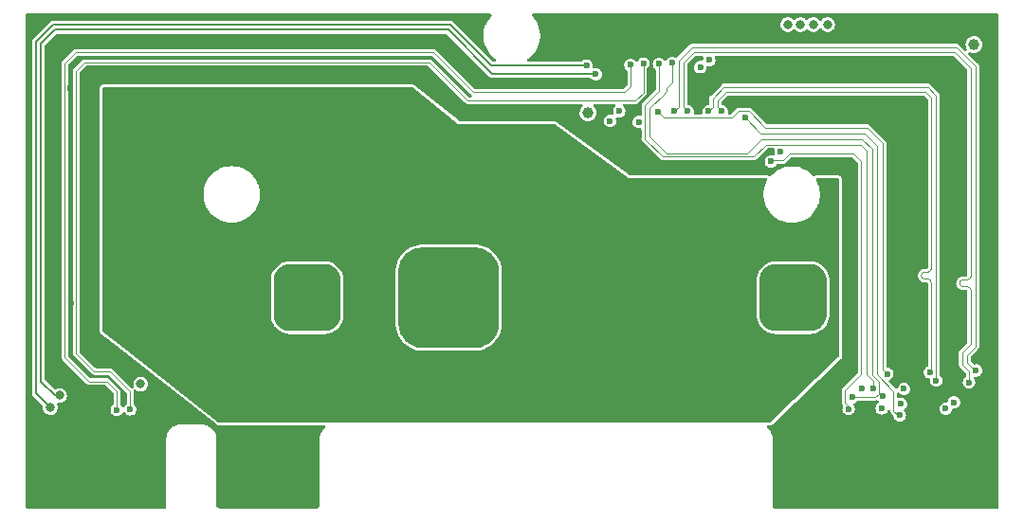
<source format=gbr>
%TF.GenerationSoftware,KiCad,Pcbnew,(6.0.10)*%
%TF.CreationDate,2023-02-27T01:31:51-05:00*%
%TF.ProjectId,vehicle side connector,76656869-636c-4652-9073-69646520636f,rev?*%
%TF.SameCoordinates,Original*%
%TF.FileFunction,Copper,L2,Inr*%
%TF.FilePolarity,Positive*%
%FSLAX46Y46*%
G04 Gerber Fmt 4.6, Leading zero omitted, Abs format (unit mm)*
G04 Created by KiCad (PCBNEW (6.0.10)) date 2023-02-27 01:31:51*
%MOMM*%
%LPD*%
G01*
G04 APERTURE LIST*
G04 Aperture macros list*
%AMRoundRect*
0 Rectangle with rounded corners*
0 $1 Rounding radius*
0 $2 $3 $4 $5 $6 $7 $8 $9 X,Y pos of 4 corners*
0 Add a 4 corners polygon primitive as box body*
4,1,4,$2,$3,$4,$5,$6,$7,$8,$9,$2,$3,0*
0 Add four circle primitives for the rounded corners*
1,1,$1+$1,$2,$3*
1,1,$1+$1,$4,$5*
1,1,$1+$1,$6,$7*
1,1,$1+$1,$8,$9*
0 Add four rect primitives between the rounded corners*
20,1,$1+$1,$2,$3,$4,$5,0*
20,1,$1+$1,$4,$5,$6,$7,0*
20,1,$1+$1,$6,$7,$8,$9,0*
20,1,$1+$1,$8,$9,$2,$3,0*%
G04 Aperture macros list end*
%TA.AperFunction,ComponentPad*%
%ADD10RoundRect,2.250000X2.250000X2.250000X-2.250000X2.250000X-2.250000X-2.250000X2.250000X-2.250000X0*%
%TD*%
%TA.AperFunction,ComponentPad*%
%ADD11C,9.000000*%
%TD*%
%TA.AperFunction,ComponentPad*%
%ADD12RoundRect,1.500000X1.500000X1.500000X-1.500000X1.500000X-1.500000X-1.500000X1.500000X-1.500000X0*%
%TD*%
%TA.AperFunction,ComponentPad*%
%ADD13C,6.000000*%
%TD*%
%TA.AperFunction,ViaPad*%
%ADD14C,0.600000*%
%TD*%
%TA.AperFunction,ViaPad*%
%ADD15C,0.800000*%
%TD*%
%TA.AperFunction,ViaPad*%
%ADD16C,1.000000*%
%TD*%
%TA.AperFunction,Conductor*%
%ADD17C,0.076200*%
%TD*%
%TA.AperFunction,Conductor*%
%ADD18C,0.200000*%
%TD*%
G04 APERTURE END LIST*
D10*
%TO.N,GND*%
%TO.C,J6*%
X145284666Y-97670000D03*
D11*
%TO.N,/V_BATT+*%
X156184666Y-97670000D03*
%TD*%
D12*
%TO.N,GND*%
%TO.C,J5*%
X132647332Y-97670000D03*
D13*
%TO.N,/V_BATT+*%
X125447332Y-97670000D03*
%TD*%
D12*
%TO.N,GND*%
%TO.C,J7*%
X176022000Y-97670000D03*
D13*
%TO.N,/V_BATT+*%
X168822000Y-97670000D03*
%TD*%
D14*
%TO.N,/CAPTURE*%
X163980000Y-81060000D03*
D15*
%TO.N,/V_BATT+*%
X152973932Y-100014141D03*
X160014226Y-96426932D03*
X152405774Y-98899068D03*
X158561141Y-94426932D03*
X158561141Y-100899068D03*
X160014226Y-98899068D03*
X156210000Y-93663000D03*
X156210000Y-101663000D03*
X160210000Y-97663000D03*
X159446068Y-100014141D03*
X152405774Y-96426932D03*
X154973932Y-101467226D03*
X157446068Y-101467226D03*
X159446068Y-95311859D03*
X153858859Y-94426932D03*
X157446068Y-93858774D03*
X152973932Y-95311859D03*
X152210000Y-97663000D03*
X153858859Y-100899068D03*
X154973932Y-93858774D03*
D14*
%TO.N,GND*%
X113175600Y-100569000D03*
D16*
X114166200Y-102245400D03*
D14*
X112718400Y-74915000D03*
D15*
X149266068Y-97713141D03*
X141461842Y-98949209D03*
X141266068Y-97713141D03*
X145266068Y-101713141D03*
D14*
X191229800Y-94422200D03*
X193846000Y-72933800D03*
X167430000Y-79614000D03*
D16*
X187165800Y-103566200D03*
D14*
X187673800Y-97698800D03*
D15*
X141461842Y-96477073D03*
D16*
X179444200Y-106919000D03*
D14*
X171240000Y-78090000D03*
D15*
X147617209Y-100949209D03*
D14*
X190544000Y-108316000D03*
D15*
X144030000Y-93908915D03*
D14*
X152444000Y-81138000D03*
D15*
X146502136Y-93908915D03*
D14*
X111524600Y-98181400D03*
X113175600Y-79258400D03*
X174821400Y-81950800D03*
X185387800Y-99375200D03*
D15*
X142914927Y-94477073D03*
X142030000Y-95362000D03*
D14*
X172002000Y-80122000D03*
D15*
X144030000Y-101517367D03*
X142914927Y-100949209D03*
X148502136Y-100064282D03*
D14*
X110102200Y-100924600D03*
D15*
X149070294Y-96477073D03*
D14*
X151758200Y-78521800D03*
D15*
X142030000Y-100064282D03*
X146502136Y-101517367D03*
D14*
X111499200Y-78928200D03*
D15*
X149070294Y-98949209D03*
X147617209Y-94477073D03*
X148502136Y-95362000D03*
X145266068Y-93713141D03*
D14*
X189629600Y-95844600D03*
%TO.N,/GPS_PPS*%
X168547600Y-76439000D03*
X183952700Y-107566700D03*
X174923000Y-84617800D03*
%TO.N,/CAPTURE*%
X184448000Y-104480600D03*
%TO.N,/I2C_SCL*%
X115639400Y-107706400D03*
X184041600Y-106487200D03*
X161511800Y-76870800D03*
%TO.N,/I2C_SDA*%
X162680200Y-76743800D03*
X182212800Y-105801400D03*
X116833200Y-107655600D03*
D15*
%TO.N,/5V*%
X179114000Y-73264000D03*
X175558000Y-73264000D03*
X176701000Y-73264000D03*
X177844000Y-73264000D03*
D16*
%TO.N,/USB_VBUS*%
X192195000Y-75067400D03*
X157727200Y-81138000D03*
D14*
%TO.N,/TRIG*%
X185556791Y-108186609D03*
X162248400Y-81976200D03*
X171748000Y-81595200D03*
%TO.N,/UART_TX*%
X164057600Y-76775000D03*
X183152600Y-105776000D03*
%TO.N,/UART_RX*%
X165220200Y-76693000D03*
X181323800Y-106588800D03*
%TO.N,/S_BUS*%
X174059400Y-85506800D03*
X180993600Y-107630200D03*
X167738259Y-77075396D03*
D15*
%TO.N,/Detect_IN*%
X117773000Y-105395000D03*
D14*
%TO.N,/ETH_TX+*%
X169671500Y-81011000D03*
X188254900Y-104349514D03*
%TO.N,/ETH_TX-*%
X168490500Y-81011000D03*
X188816800Y-105090200D03*
%TO.N,/ETH_RX+*%
X166623500Y-81011000D03*
X191737200Y-105242600D03*
%TO.N,/ETH_RX-*%
X192372800Y-104175800D03*
X165442500Y-81011000D03*
%TO.N,/USB D+*%
X160506947Y-80999853D03*
X185939200Y-105813867D03*
%TO.N,/USB D-*%
X185667200Y-107173000D03*
X159671853Y-81894653D03*
D15*
%TO.N,/CAN+*%
X110524232Y-106420768D03*
D14*
X189655000Y-107604800D03*
X158403232Y-77699232D03*
%TO.N,/CAN-*%
X157580780Y-76922488D03*
D15*
X109695800Y-107503200D03*
D14*
X190398671Y-107035699D03*
%TD*%
D17*
%TO.N,/UART_RX*%
X183330400Y-106588800D02*
X181323800Y-106588800D01*
X183660600Y-106258600D02*
X183330400Y-106588800D01*
X183660600Y-105217200D02*
X183660600Y-106258600D01*
X183076400Y-104633000D02*
X183660600Y-105217200D01*
X183076400Y-84389200D02*
X183076400Y-104633000D01*
X182187400Y-83500200D02*
X183076400Y-84389200D01*
X173195800Y-83500200D02*
X182187400Y-83500200D01*
X171900400Y-84795600D02*
X173195800Y-83500200D01*
X164737600Y-84795600D02*
X171900400Y-84795600D01*
X163239000Y-83297000D02*
X164737600Y-84795600D01*
X164580000Y-79420000D02*
X163239000Y-80761000D01*
X164580000Y-79400000D02*
X164580000Y-79420000D01*
X164737600Y-78953600D02*
X164737600Y-79242400D01*
X165220200Y-78471000D02*
X164737600Y-78953600D01*
X165220200Y-76693000D02*
X165220200Y-78471000D01*
X164737600Y-79242400D02*
X164580000Y-79400000D01*
X163239000Y-80761000D02*
X163239000Y-83297000D01*
%TO.N,/CAPTURE*%
X170605000Y-81595200D02*
X164515200Y-81595200D01*
X172103600Y-81011000D02*
X171189200Y-81011000D01*
X164515200Y-81595200D02*
X163980000Y-81060000D01*
X171189200Y-81011000D02*
X170605000Y-81595200D01*
X173576800Y-82484200D02*
X172103600Y-81011000D01*
X182670000Y-82484200D02*
X173576800Y-82484200D01*
X184067000Y-83881200D02*
X182670000Y-82484200D01*
X184448000Y-104480600D02*
X184067000Y-104099600D01*
X184067000Y-104099600D02*
X184067000Y-83881200D01*
%TO.N,/UART_TX*%
X164057600Y-79208400D02*
X164057600Y-76775000D01*
X162781800Y-80484200D02*
X164057600Y-79208400D01*
X162781800Y-83500200D02*
X162781800Y-80484200D01*
X173602200Y-84033600D02*
X172560800Y-85075000D01*
X164356600Y-85075000D02*
X162781800Y-83500200D01*
X182060400Y-84033600D02*
X173602200Y-84033600D01*
X172560800Y-85075000D02*
X164356600Y-85075000D01*
X182568400Y-84541600D02*
X182060400Y-84033600D01*
X182568400Y-104517620D02*
X182568400Y-84541600D01*
X183152600Y-105101820D02*
X182568400Y-104517620D01*
X183152600Y-105776000D02*
X183152600Y-105101820D01*
%TO.N,/I2C_SCL*%
X110991200Y-102982000D02*
X113201000Y-105191800D01*
X110991200Y-76718400D02*
X110991200Y-102982000D01*
X113201000Y-105191800D02*
X114598000Y-105191800D01*
X161511800Y-76870800D02*
X161511800Y-78775800D01*
X114775800Y-105191800D02*
X115639400Y-106055400D01*
X147491000Y-79309200D02*
X143935000Y-75753200D01*
X115639400Y-106055400D02*
X115639400Y-107706400D01*
X114598000Y-105191800D02*
X114775800Y-105191800D01*
X160978400Y-79309200D02*
X149447941Y-79309200D01*
X143935000Y-75753200D02*
X111956400Y-75753200D01*
X111956400Y-75753200D02*
X110991200Y-76718400D01*
X161511800Y-78775800D02*
X160978400Y-79309200D01*
X149447941Y-79309200D02*
X147491000Y-79309200D01*
%TO.N,/I2C_SDA*%
X146983000Y-80071200D02*
X149573800Y-80071200D01*
X112743800Y-76667600D02*
X143579400Y-76667600D01*
X161943600Y-80071200D02*
X150310400Y-80071200D01*
X112007200Y-77404200D02*
X112743800Y-76667600D01*
X162680200Y-76743800D02*
X162680200Y-79334600D01*
X116833200Y-106055400D02*
X115055200Y-104277400D01*
X150310400Y-80071200D02*
X149573800Y-80071200D01*
X115055200Y-104277400D02*
X113632800Y-104277400D01*
X143579400Y-76667600D02*
X146983000Y-80071200D01*
X162045200Y-79969600D02*
X161943600Y-80071200D01*
X116833200Y-107655600D02*
X116833200Y-106055400D01*
X162680200Y-79334600D02*
X162045200Y-79969600D01*
X113632800Y-104277400D02*
X112007200Y-102651800D01*
X112007200Y-102651800D02*
X112007200Y-77404200D01*
%TO.N,/TRIG*%
X173145000Y-82992200D02*
X171748000Y-81595200D01*
X182416000Y-82992200D02*
X173145000Y-82992200D01*
X183559000Y-84135200D02*
X182416000Y-82992200D01*
X185410809Y-108186609D02*
X185006800Y-107782600D01*
X185006800Y-106004600D02*
X183559000Y-104556800D01*
X185556791Y-108186609D02*
X185410809Y-108186609D01*
X183559000Y-104556800D02*
X183559000Y-84135200D01*
X185006800Y-107782600D02*
X185006800Y-106004600D01*
%TO.N,/S_BUS*%
X175177000Y-85405200D02*
X174161000Y-85405200D01*
X174161000Y-85405200D02*
X174059400Y-85506800D01*
X180993600Y-107630200D02*
X180993600Y-107376200D01*
X180993600Y-107376200D02*
X180688800Y-107071400D01*
X182085800Y-85506800D02*
X181400000Y-84821000D01*
X180688800Y-107071400D02*
X180688800Y-105953800D01*
X181400000Y-84821000D02*
X175761200Y-84821000D01*
X182085800Y-104556800D02*
X182085800Y-85506800D01*
X175761200Y-84821000D02*
X175177000Y-85405200D01*
X180688800Y-105953800D02*
X182085800Y-104556800D01*
%TO.N,/ETH_TX+*%
X188359600Y-95101800D02*
X188359600Y-92615130D01*
X187769819Y-95401800D02*
X188059600Y-95401800D01*
X169309601Y-80649101D02*
X169671500Y-81011000D01*
X188359600Y-104244814D02*
X188359600Y-96301800D01*
X188359600Y-79784890D02*
X187883910Y-79309200D01*
X170039290Y-79309200D02*
X169309601Y-80038889D01*
X188359600Y-92615130D02*
X188359600Y-79784890D01*
X188254900Y-104349514D02*
X188359600Y-104244814D01*
X188059600Y-96001800D02*
X187769819Y-96001800D01*
X169309601Y-80038889D02*
X169309601Y-80649101D01*
X187883910Y-79309200D02*
X170039290Y-79309200D01*
X188059600Y-96001800D02*
G75*
G02*
X188359600Y-96301800I0J-300000D01*
G01*
X187469800Y-95701800D02*
G75*
G03*
X187769819Y-96001800I300000J0D01*
G01*
X187769819Y-95401819D02*
G75*
G03*
X187469819Y-95701800I-19J-299981D01*
G01*
X188359600Y-95101800D02*
G75*
G02*
X188059600Y-95401800I-300000J0D01*
G01*
%TO.N,/ETH_TX-*%
X169849910Y-78852000D02*
X168852399Y-79849511D01*
X188073290Y-78852000D02*
X169849910Y-78852000D01*
X168852399Y-79849511D02*
X168852399Y-80649101D01*
X168852399Y-80649101D02*
X168490500Y-81011000D01*
X188816800Y-79595510D02*
X188073290Y-78852000D01*
X188816800Y-105090200D02*
X188816800Y-79595510D01*
%TO.N,/ETH_RX+*%
X191890200Y-77194090D02*
X190449310Y-75753200D01*
X191737200Y-105242600D02*
X191737200Y-104269890D01*
X191890200Y-95737600D02*
X191890200Y-77194090D01*
X166261601Y-80649101D02*
X166623500Y-81011000D01*
X191890200Y-95787600D02*
X191890200Y-95737600D01*
X191737200Y-104269890D02*
X191128200Y-103660890D01*
X190449310Y-75753200D02*
X167169090Y-75753200D01*
X191190200Y-96087600D02*
X191590200Y-96087600D01*
X166261601Y-76660689D02*
X166261601Y-80649101D01*
X191590200Y-96687600D02*
X191190200Y-96687600D01*
X167169090Y-75753200D02*
X166261601Y-76660689D01*
X191128200Y-103660890D02*
X191128200Y-102607910D01*
X191890200Y-101845910D02*
X191890200Y-96987600D01*
X191128200Y-102607910D02*
X191890200Y-101845910D01*
X191190200Y-96087600D02*
G75*
G03*
X190890200Y-96387600I0J-300000D01*
G01*
X191590200Y-96687600D02*
G75*
G02*
X191890200Y-96987600I0J-300000D01*
G01*
X190890200Y-96387600D02*
G75*
G03*
X191190200Y-96687600I300000J0D01*
G01*
X191890200Y-95787600D02*
G75*
G02*
X191590200Y-96087600I-300000J0D01*
G01*
%TO.N,/ETH_RX-*%
X166979710Y-75296000D02*
X165804399Y-76471311D01*
X192372800Y-104175800D02*
X192289690Y-104175800D01*
X165804399Y-76471311D02*
X165804399Y-80649101D01*
X191585400Y-102797290D02*
X192347400Y-102035290D01*
X192347400Y-77004710D02*
X190638690Y-75296000D01*
X191585400Y-103471510D02*
X191585400Y-102797290D01*
X190638690Y-75296000D02*
X166979710Y-75296000D01*
X192347400Y-102035290D02*
X192347400Y-77004710D01*
X192289690Y-104175800D02*
X191585400Y-103471510D01*
X165804399Y-80649101D02*
X165442500Y-81011000D01*
D18*
%TO.N,/CAN+*%
X158403232Y-77699232D02*
X149195032Y-77699232D01*
X149195032Y-77699232D02*
X145238800Y-73743000D01*
X110099967Y-106420768D02*
X110524232Y-106420768D01*
X108854000Y-75008200D02*
X108854000Y-105174801D01*
X108854000Y-105174801D02*
X110099967Y-106420768D01*
X110119200Y-73743000D02*
X108854000Y-75008200D01*
X145238800Y-73743000D02*
X110119200Y-73743000D01*
%TO.N,/CAN-*%
X149054688Y-76922488D02*
X145425200Y-73293000D01*
X109932800Y-73293000D02*
X108404000Y-74821800D01*
X145425200Y-73293000D02*
X109932800Y-73293000D01*
X108404000Y-74821800D02*
X108404000Y-106211400D01*
X108404000Y-106211400D02*
X109695800Y-107503200D01*
X157580780Y-76922488D02*
X149054688Y-76922488D01*
%TD*%
%TA.AperFunction,Conductor*%
%TO.N,/V_BATT+*%
G36*
X142053386Y-78872002D02*
G01*
X142064720Y-78880210D01*
X146079939Y-82142576D01*
X146079940Y-82142577D01*
X146094000Y-82154000D01*
X154688868Y-82154000D01*
X154756989Y-82174002D01*
X154763210Y-82178269D01*
X161334000Y-86980000D01*
X173634160Y-86980000D01*
X173702281Y-87000002D01*
X173748774Y-87053658D01*
X173758878Y-87123932D01*
X173744574Y-87166701D01*
X173626055Y-87382285D01*
X173626050Y-87382295D01*
X173624141Y-87385768D01*
X173507158Y-87681235D01*
X173506175Y-87685065D01*
X173506172Y-87685073D01*
X173456450Y-87878730D01*
X173428129Y-87989033D01*
X173388300Y-88304309D01*
X173388300Y-88622091D01*
X173388797Y-88626022D01*
X173427351Y-88931206D01*
X173428129Y-88937367D01*
X173429115Y-88941206D01*
X173506172Y-89241327D01*
X173506175Y-89241335D01*
X173507158Y-89245165D01*
X173624141Y-89540632D01*
X173777234Y-89819106D01*
X173779565Y-89822314D01*
X173956757Y-90066197D01*
X173964022Y-90076197D01*
X174181558Y-90307850D01*
X174426414Y-90510412D01*
X174429758Y-90512534D01*
X174678969Y-90670688D01*
X174694726Y-90680688D01*
X174698305Y-90682372D01*
X174698312Y-90682376D01*
X174978673Y-90814304D01*
X174978677Y-90814306D01*
X174982263Y-90815993D01*
X175284492Y-90914193D01*
X175596645Y-90973739D01*
X175691698Y-90979719D01*
X175832445Y-90988575D01*
X175832461Y-90988576D01*
X175834440Y-90988700D01*
X175993160Y-90988700D01*
X175995139Y-90988576D01*
X175995155Y-90988575D01*
X176135902Y-90979719D01*
X176230955Y-90973739D01*
X176543108Y-90914193D01*
X176845337Y-90815993D01*
X176848923Y-90814306D01*
X176848927Y-90814304D01*
X177129288Y-90682376D01*
X177129295Y-90682372D01*
X177132874Y-90680688D01*
X177148632Y-90670688D01*
X177397842Y-90512534D01*
X177401186Y-90510412D01*
X177646042Y-90307850D01*
X177863578Y-90076197D01*
X177870844Y-90066197D01*
X178048035Y-89822314D01*
X178050366Y-89819106D01*
X178203459Y-89540632D01*
X178320442Y-89245165D01*
X178321425Y-89241335D01*
X178321428Y-89241327D01*
X178398485Y-88941206D01*
X178399471Y-88937367D01*
X178400250Y-88931206D01*
X178438803Y-88626022D01*
X178439300Y-88622091D01*
X178439300Y-88304309D01*
X178399471Y-87989033D01*
X178371150Y-87878730D01*
X178321428Y-87685073D01*
X178321425Y-87685065D01*
X178320442Y-87681235D01*
X178203459Y-87385768D01*
X178201550Y-87382295D01*
X178201545Y-87382285D01*
X178083026Y-87166701D01*
X178067736Y-87097371D01*
X178092356Y-87030780D01*
X178149070Y-86988071D01*
X178193440Y-86980000D01*
X180004000Y-86980000D01*
X180072121Y-87000002D01*
X180118614Y-87053658D01*
X180130000Y-87106000D01*
X180130000Y-102928232D01*
X180109998Y-102996353D01*
X180091182Y-103019201D01*
X174070552Y-108788971D01*
X174007530Y-108821662D01*
X173983372Y-108824000D01*
X124801350Y-108824000D01*
X124733229Y-108803998D01*
X124723826Y-108797328D01*
X116558641Y-102424500D01*
X114392476Y-100733835D01*
X114351082Y-100676154D01*
X114344000Y-100634507D01*
X114344000Y-99254050D01*
X129392832Y-99254050D01*
X129400289Y-99378322D01*
X129450270Y-99634264D01*
X129537534Y-99880006D01*
X129660161Y-100110150D01*
X129696800Y-100159574D01*
X129793011Y-100289358D01*
X129815460Y-100319641D01*
X130000017Y-100503877D01*
X130209779Y-100658809D01*
X130440137Y-100781035D01*
X130444537Y-100782589D01*
X130444542Y-100782591D01*
X130563084Y-100824452D01*
X130686031Y-100867869D01*
X130942059Y-100917404D01*
X131063282Y-100924500D01*
X134231382Y-100924500D01*
X134355654Y-100917043D01*
X134359769Y-100916239D01*
X134359772Y-100916239D01*
X134607003Y-100867959D01*
X134607004Y-100867959D01*
X134611596Y-100867062D01*
X134616000Y-100865498D01*
X134616004Y-100865497D01*
X134709569Y-100832271D01*
X134857338Y-100779798D01*
X135087482Y-100657171D01*
X135214588Y-100562945D01*
X135293214Y-100504659D01*
X135293217Y-100504656D01*
X135296973Y-100501872D01*
X135481209Y-100317315D01*
X135636141Y-100107553D01*
X135758367Y-99877195D01*
X135845201Y-99631301D01*
X135894736Y-99375273D01*
X135901832Y-99254050D01*
X135901832Y-96085950D01*
X135894375Y-95961678D01*
X135844394Y-95705736D01*
X135757130Y-95459994D01*
X135679870Y-95314993D01*
X140530166Y-95314993D01*
X140530167Y-100025006D01*
X140530237Y-100026484D01*
X140530237Y-100026497D01*
X140534236Y-100111314D01*
X140536351Y-100156160D01*
X140536890Y-100159565D01*
X140536891Y-100159572D01*
X140562767Y-100322944D01*
X140585650Y-100467420D01*
X140586754Y-100471220D01*
X140646293Y-100676154D01*
X140673571Y-100770047D01*
X140675140Y-100773673D01*
X140675143Y-100773681D01*
X140740409Y-100924500D01*
X140798728Y-101059267D01*
X140800740Y-101062669D01*
X140800743Y-101062675D01*
X140839545Y-101128285D01*
X140959147Y-101330521D01*
X141152298Y-101579530D01*
X141375136Y-101802368D01*
X141624145Y-101995519D01*
X141627551Y-101997533D01*
X141627552Y-101997534D01*
X141891991Y-102153923D01*
X141891997Y-102153926D01*
X141895399Y-102155938D01*
X141899034Y-102157511D01*
X142180985Y-102279523D01*
X142180993Y-102279526D01*
X142184619Y-102281095D01*
X142188415Y-102282198D01*
X142188421Y-102282200D01*
X142482503Y-102367638D01*
X142487246Y-102369016D01*
X142491147Y-102369634D01*
X142491152Y-102369635D01*
X142661375Y-102396596D01*
X142798506Y-102418315D01*
X142819349Y-102419298D01*
X142928171Y-102424430D01*
X142928178Y-102424430D01*
X142929659Y-102424500D01*
X145283083Y-102424500D01*
X147639672Y-102424499D01*
X147641150Y-102424429D01*
X147641163Y-102424429D01*
X147767370Y-102418478D01*
X147767371Y-102418478D01*
X147770826Y-102418315D01*
X147774231Y-102417776D01*
X147774238Y-102417775D01*
X148078180Y-102369635D01*
X148078185Y-102369634D01*
X148082086Y-102369016D01*
X148086829Y-102367638D01*
X148380911Y-102282200D01*
X148380917Y-102282198D01*
X148384713Y-102281095D01*
X148388339Y-102279526D01*
X148388347Y-102279523D01*
X148670298Y-102157511D01*
X148673933Y-102155938D01*
X148677335Y-102153926D01*
X148677341Y-102153923D01*
X148941780Y-101997534D01*
X148941781Y-101997533D01*
X148945187Y-101995519D01*
X149194196Y-101802368D01*
X149417034Y-101579530D01*
X149610185Y-101330521D01*
X149729787Y-101128285D01*
X149768589Y-101062675D01*
X149768592Y-101062669D01*
X149770604Y-101059267D01*
X149828923Y-100924500D01*
X149894189Y-100773681D01*
X149894192Y-100773673D01*
X149895761Y-100770047D01*
X149923040Y-100676154D01*
X149982578Y-100471220D01*
X149983682Y-100467420D01*
X150032981Y-100156160D01*
X150036354Y-100084645D01*
X150039096Y-100026495D01*
X150039096Y-100026488D01*
X150039166Y-100025007D01*
X150039166Y-99254050D01*
X172767500Y-99254050D01*
X172774957Y-99378322D01*
X172824938Y-99634264D01*
X172912202Y-99880006D01*
X173034829Y-100110150D01*
X173071468Y-100159574D01*
X173167679Y-100289358D01*
X173190128Y-100319641D01*
X173374685Y-100503877D01*
X173584447Y-100658809D01*
X173814805Y-100781035D01*
X173819205Y-100782589D01*
X173819210Y-100782591D01*
X173937752Y-100824452D01*
X174060699Y-100867869D01*
X174316727Y-100917404D01*
X174437950Y-100924500D01*
X177606050Y-100924500D01*
X177730322Y-100917043D01*
X177734437Y-100916239D01*
X177734440Y-100916239D01*
X177981671Y-100867959D01*
X177981672Y-100867959D01*
X177986264Y-100867062D01*
X177990668Y-100865498D01*
X177990672Y-100865497D01*
X178084237Y-100832271D01*
X178232006Y-100779798D01*
X178462150Y-100657171D01*
X178589256Y-100562945D01*
X178667882Y-100504659D01*
X178667885Y-100504656D01*
X178671641Y-100501872D01*
X178855877Y-100317315D01*
X179010809Y-100107553D01*
X179133035Y-99877195D01*
X179219869Y-99631301D01*
X179269404Y-99375273D01*
X179276500Y-99254050D01*
X179276500Y-96085950D01*
X179269043Y-95961678D01*
X179219062Y-95705736D01*
X179131798Y-95459994D01*
X179009171Y-95229850D01*
X178853872Y-95020359D01*
X178669315Y-94836123D01*
X178459553Y-94681191D01*
X178229195Y-94558965D01*
X178224795Y-94557411D01*
X178224790Y-94557409D01*
X178106248Y-94515548D01*
X177983301Y-94472131D01*
X177727273Y-94422596D01*
X177606050Y-94415500D01*
X174437950Y-94415500D01*
X174313678Y-94422957D01*
X174309563Y-94423761D01*
X174309560Y-94423761D01*
X174062329Y-94472041D01*
X174057736Y-94472938D01*
X174053332Y-94474502D01*
X174053328Y-94474503D01*
X173959763Y-94507729D01*
X173811994Y-94560202D01*
X173581850Y-94682829D01*
X173454744Y-94777055D01*
X173376118Y-94835341D01*
X173376115Y-94835344D01*
X173372359Y-94838128D01*
X173188123Y-95022685D01*
X173033191Y-95232447D01*
X172910965Y-95462805D01*
X172824131Y-95708699D01*
X172774596Y-95964727D01*
X172767500Y-96085950D01*
X172767500Y-99254050D01*
X150039166Y-99254050D01*
X150039165Y-95314994D01*
X150035151Y-95229850D01*
X150033144Y-95187296D01*
X150033144Y-95187295D01*
X150032981Y-95183840D01*
X150032441Y-95180426D01*
X149984301Y-94876486D01*
X149984300Y-94876481D01*
X149983682Y-94872580D01*
X149928886Y-94683969D01*
X149896866Y-94573755D01*
X149896864Y-94573749D01*
X149895761Y-94569953D01*
X149894192Y-94566327D01*
X149894189Y-94566319D01*
X149772177Y-94284368D01*
X149770604Y-94280733D01*
X149610185Y-94009479D01*
X149417034Y-93760470D01*
X149194196Y-93537632D01*
X148945187Y-93344481D01*
X148941780Y-93342466D01*
X148677341Y-93186077D01*
X148677335Y-93186074D01*
X148673933Y-93184062D01*
X148665911Y-93180590D01*
X148388347Y-93060477D01*
X148388339Y-93060474D01*
X148384713Y-93058905D01*
X148380917Y-93057802D01*
X148380911Y-93057800D01*
X148085886Y-92972088D01*
X148082086Y-92970984D01*
X148078185Y-92970366D01*
X148078180Y-92970365D01*
X147907957Y-92943404D01*
X147770826Y-92921685D01*
X147749983Y-92920702D01*
X147641161Y-92915570D01*
X147641154Y-92915570D01*
X147639673Y-92915500D01*
X145286249Y-92915500D01*
X142929660Y-92915501D01*
X142928182Y-92915571D01*
X142928169Y-92915571D01*
X142801962Y-92921522D01*
X142801961Y-92921522D01*
X142798506Y-92921685D01*
X142795101Y-92922224D01*
X142795094Y-92922225D01*
X142491152Y-92970365D01*
X142491147Y-92970366D01*
X142487246Y-92970984D01*
X142483446Y-92972088D01*
X142188421Y-93057800D01*
X142188415Y-93057802D01*
X142184619Y-93058905D01*
X142180993Y-93060474D01*
X142180985Y-93060477D01*
X141903421Y-93180590D01*
X141895399Y-93184062D01*
X141891997Y-93186074D01*
X141891991Y-93186077D01*
X141627552Y-93342466D01*
X141624145Y-93344481D01*
X141375136Y-93537632D01*
X141152298Y-93760470D01*
X140959147Y-94009479D01*
X140798728Y-94280733D01*
X140797155Y-94284368D01*
X140675143Y-94566319D01*
X140675140Y-94566327D01*
X140673571Y-94569953D01*
X140672468Y-94573749D01*
X140672466Y-94573755D01*
X140640446Y-94683969D01*
X140585650Y-94872580D01*
X140536351Y-95183840D01*
X140530166Y-95314993D01*
X135679870Y-95314993D01*
X135634503Y-95229850D01*
X135479204Y-95020359D01*
X135294647Y-94836123D01*
X135084885Y-94681191D01*
X134854527Y-94558965D01*
X134850127Y-94557411D01*
X134850122Y-94557409D01*
X134731580Y-94515548D01*
X134608633Y-94472131D01*
X134352605Y-94422596D01*
X134231382Y-94415500D01*
X131063282Y-94415500D01*
X130939010Y-94422957D01*
X130934895Y-94423761D01*
X130934892Y-94423761D01*
X130687661Y-94472041D01*
X130683068Y-94472938D01*
X130678664Y-94474502D01*
X130678660Y-94474503D01*
X130585095Y-94507729D01*
X130437326Y-94560202D01*
X130207182Y-94682829D01*
X130080076Y-94777055D01*
X130001450Y-94835341D01*
X130001447Y-94835344D01*
X129997691Y-94838128D01*
X129813455Y-95022685D01*
X129658523Y-95232447D01*
X129536297Y-95462805D01*
X129449463Y-95708699D01*
X129399928Y-95964727D01*
X129392832Y-96085950D01*
X129392832Y-99254050D01*
X114344000Y-99254050D01*
X114344000Y-88612091D01*
X123375900Y-88612091D01*
X123415729Y-88927367D01*
X123444050Y-89037670D01*
X123493772Y-89231327D01*
X123493775Y-89231335D01*
X123494758Y-89235165D01*
X123611741Y-89530632D01*
X123764834Y-89809106D01*
X123951622Y-90066197D01*
X124169158Y-90297850D01*
X124414014Y-90500412D01*
X124682326Y-90670688D01*
X124685905Y-90672372D01*
X124685912Y-90672376D01*
X124966273Y-90804304D01*
X124966277Y-90804306D01*
X124969863Y-90805993D01*
X124973635Y-90807219D01*
X124973636Y-90807219D01*
X125000640Y-90815993D01*
X125272092Y-90904193D01*
X125584245Y-90963739D01*
X125679298Y-90969719D01*
X125820045Y-90978575D01*
X125820061Y-90978576D01*
X125822040Y-90978700D01*
X125980760Y-90978700D01*
X125982739Y-90978576D01*
X125982755Y-90978575D01*
X126123502Y-90969719D01*
X126218555Y-90963739D01*
X126530708Y-90904193D01*
X126802160Y-90815993D01*
X126829164Y-90807219D01*
X126829165Y-90807219D01*
X126832937Y-90805993D01*
X126836523Y-90804306D01*
X126836527Y-90804304D01*
X127116888Y-90672376D01*
X127116895Y-90672372D01*
X127120474Y-90670688D01*
X127388786Y-90500412D01*
X127633642Y-90297850D01*
X127851178Y-90066197D01*
X128037966Y-89809106D01*
X128191059Y-89530632D01*
X128308042Y-89235165D01*
X128309025Y-89231335D01*
X128309028Y-89231327D01*
X128358750Y-89037670D01*
X128387071Y-88927367D01*
X128426900Y-88612091D01*
X128426900Y-88294309D01*
X128388831Y-87992965D01*
X128387568Y-87982965D01*
X128387567Y-87982961D01*
X128387071Y-87979033D01*
X128358750Y-87868730D01*
X128309028Y-87675073D01*
X128309025Y-87675065D01*
X128308042Y-87671235D01*
X128191059Y-87375768D01*
X128037966Y-87097294D01*
X127923101Y-86939197D01*
X127853506Y-86843407D01*
X127853505Y-86843405D01*
X127851178Y-86840203D01*
X127633642Y-86608550D01*
X127388786Y-86405988D01*
X127201877Y-86287372D01*
X127123821Y-86237836D01*
X127123820Y-86237836D01*
X127120474Y-86235712D01*
X127116895Y-86234028D01*
X127116888Y-86234024D01*
X126836527Y-86102096D01*
X126836523Y-86102094D01*
X126832937Y-86100407D01*
X126530708Y-86002207D01*
X126218555Y-85942661D01*
X126123502Y-85936681D01*
X125982755Y-85927825D01*
X125982739Y-85927824D01*
X125980760Y-85927700D01*
X125822040Y-85927700D01*
X125820061Y-85927824D01*
X125820045Y-85927825D01*
X125679298Y-85936681D01*
X125584245Y-85942661D01*
X125272092Y-86002207D01*
X124969863Y-86100407D01*
X124966277Y-86102094D01*
X124966273Y-86102096D01*
X124685912Y-86234024D01*
X124685905Y-86234028D01*
X124682326Y-86235712D01*
X124678980Y-86237836D01*
X124678979Y-86237836D01*
X124600923Y-86287372D01*
X124414014Y-86405988D01*
X124169158Y-86608550D01*
X123951622Y-86840203D01*
X123949295Y-86843405D01*
X123949294Y-86843407D01*
X123879699Y-86939197D01*
X123764834Y-87097294D01*
X123611741Y-87375768D01*
X123494758Y-87671235D01*
X123493775Y-87675065D01*
X123493772Y-87675073D01*
X123444050Y-87868730D01*
X123415729Y-87979033D01*
X123415233Y-87982961D01*
X123415232Y-87982965D01*
X123413969Y-87992965D01*
X123375900Y-88294309D01*
X123375900Y-88612091D01*
X114344000Y-88612091D01*
X114344000Y-78978000D01*
X114364002Y-78909879D01*
X114417658Y-78863386D01*
X114470000Y-78852000D01*
X141985265Y-78852000D01*
X142053386Y-78872002D01*
G37*
%TD.AperFunction*%
%TD*%
%TA.AperFunction,Conductor*%
%TO.N,GND*%
G36*
X149060931Y-72313877D02*
G01*
X149107424Y-72367533D01*
X149117528Y-72437807D01*
X149084660Y-72506128D01*
X148960822Y-72638003D01*
X148958495Y-72641205D01*
X148958494Y-72641207D01*
X148954551Y-72646634D01*
X148774034Y-72895094D01*
X148620941Y-73173568D01*
X148503958Y-73469035D01*
X148502975Y-73472865D01*
X148502972Y-73472873D01*
X148479750Y-73563319D01*
X148424929Y-73776833D01*
X148424433Y-73780761D01*
X148424432Y-73780765D01*
X148411780Y-73880916D01*
X148385100Y-74092109D01*
X148385100Y-74409891D01*
X148385597Y-74413822D01*
X148423294Y-74712222D01*
X148424929Y-74725167D01*
X148425915Y-74729006D01*
X148502972Y-75029127D01*
X148502975Y-75029135D01*
X148503958Y-75032965D01*
X148620941Y-75328432D01*
X148774034Y-75606906D01*
X148870499Y-75739678D01*
X148920856Y-75808988D01*
X148960822Y-75863997D01*
X149178358Y-76095650D01*
X149423214Y-76298212D01*
X149426558Y-76300334D01*
X149482133Y-76335603D01*
X149528932Y-76388992D01*
X149539437Y-76459207D01*
X149510313Y-76523955D01*
X149450807Y-76562679D01*
X149414619Y-76567988D01*
X149253717Y-76567988D01*
X149185596Y-76547986D01*
X149164622Y-76531083D01*
X145712118Y-73078580D01*
X145699613Y-73063098D01*
X145696677Y-73059871D01*
X145691025Y-73051118D01*
X145666762Y-73031991D01*
X145662767Y-73028441D01*
X145662683Y-73028540D01*
X145658720Y-73025182D01*
X145655044Y-73021506D01*
X145648269Y-73016664D01*
X145640548Y-73011146D01*
X145635805Y-73007585D01*
X145606525Y-72984503D01*
X145606521Y-72984501D01*
X145598343Y-72978054D01*
X145590275Y-72975221D01*
X145583315Y-72970247D01*
X145537614Y-72956580D01*
X145531965Y-72954744D01*
X145496428Y-72942264D01*
X145486992Y-72938950D01*
X145481796Y-72938500D01*
X145479091Y-72938500D01*
X145476835Y-72938403D01*
X145476359Y-72938260D01*
X145476361Y-72938214D01*
X145476162Y-72938201D01*
X145470245Y-72936432D01*
X145420611Y-72938382D01*
X145420076Y-72938403D01*
X145415130Y-72938500D01*
X109984057Y-72938500D01*
X109964263Y-72936394D01*
X109959910Y-72936189D01*
X109949730Y-72933997D01*
X109919060Y-72937627D01*
X109913717Y-72937942D01*
X109913728Y-72938072D01*
X109908548Y-72938500D01*
X109903349Y-72938500D01*
X109898225Y-72939353D01*
X109898212Y-72939354D01*
X109885759Y-72941427D01*
X109879884Y-72942264D01*
X109842871Y-72946645D01*
X109832530Y-72947869D01*
X109824822Y-72951570D01*
X109816383Y-72952975D01*
X109777315Y-72974055D01*
X109774415Y-72975620D01*
X109769124Y-72978316D01*
X109733283Y-72995526D01*
X109733280Y-72995528D01*
X109726143Y-72998955D01*
X109722150Y-73002311D01*
X109720224Y-73004237D01*
X109718574Y-73005750D01*
X109718138Y-73005986D01*
X109718106Y-73005951D01*
X109717955Y-73006084D01*
X109712520Y-73009017D01*
X109705451Y-73016664D01*
X109678443Y-73045881D01*
X109675014Y-73049447D01*
X108189580Y-74534882D01*
X108174098Y-74547387D01*
X108170871Y-74550323D01*
X108162118Y-74555975D01*
X108142991Y-74580238D01*
X108139441Y-74584233D01*
X108139540Y-74584317D01*
X108136182Y-74588280D01*
X108132506Y-74591956D01*
X108129483Y-74596185D01*
X108129483Y-74596186D01*
X108122146Y-74606452D01*
X108118585Y-74611195D01*
X108095503Y-74640475D01*
X108095501Y-74640479D01*
X108089054Y-74648657D01*
X108086221Y-74656725D01*
X108081247Y-74663685D01*
X108078263Y-74673663D01*
X108067580Y-74709386D01*
X108065744Y-74715035D01*
X108049950Y-74760008D01*
X108049500Y-74765204D01*
X108049500Y-74767909D01*
X108049403Y-74770165D01*
X108049260Y-74770641D01*
X108049214Y-74770639D01*
X108049201Y-74770838D01*
X108047432Y-74776755D01*
X108047841Y-74787159D01*
X108049403Y-74826924D01*
X108049500Y-74831870D01*
X108049500Y-106160143D01*
X108047394Y-106179937D01*
X108047189Y-106184290D01*
X108044997Y-106194470D01*
X108048627Y-106225137D01*
X108048942Y-106230483D01*
X108049072Y-106230472D01*
X108049500Y-106235652D01*
X108049500Y-106240851D01*
X108050353Y-106245975D01*
X108050354Y-106245988D01*
X108052427Y-106258441D01*
X108053264Y-106264316D01*
X108058869Y-106311670D01*
X108062570Y-106319378D01*
X108063975Y-106327817D01*
X108086629Y-106369801D01*
X108089310Y-106375064D01*
X108109955Y-106418058D01*
X108113311Y-106422050D01*
X108115258Y-106423997D01*
X108116748Y-106425622D01*
X108116981Y-106426054D01*
X108116945Y-106426087D01*
X108117084Y-106426245D01*
X108120017Y-106431680D01*
X108127664Y-106438749D01*
X108156868Y-106465745D01*
X108160434Y-106469173D01*
X108592248Y-106900986D01*
X109010162Y-107318900D01*
X109044187Y-107381213D01*
X109045989Y-107424440D01*
X109036529Y-107496296D01*
X109039501Y-107523214D01*
X109052217Y-107638388D01*
X109053913Y-107653753D01*
X109056523Y-107660884D01*
X109056523Y-107660886D01*
X109098266Y-107774954D01*
X109108353Y-107802519D01*
X109112589Y-107808822D01*
X109112589Y-107808823D01*
X109180569Y-107909987D01*
X109196708Y-107934005D01*
X109202327Y-107939118D01*
X109202328Y-107939119D01*
X109302978Y-108030703D01*
X109313876Y-108040619D01*
X109453093Y-108116208D01*
X109606322Y-108156407D01*
X109690277Y-108157726D01*
X109757119Y-108158776D01*
X109757122Y-108158776D01*
X109764716Y-108158895D01*
X109919132Y-108123529D01*
X109997475Y-108084127D01*
X110053872Y-108055763D01*
X110053875Y-108055761D01*
X110060655Y-108052351D01*
X110066426Y-108047422D01*
X110066429Y-108047420D01*
X110175336Y-107954404D01*
X110175336Y-107954403D01*
X110181114Y-107949469D01*
X110273555Y-107820824D01*
X110332642Y-107673841D01*
X110346922Y-107573503D01*
X110354381Y-107521091D01*
X110354381Y-107521088D01*
X110354962Y-107517007D01*
X110355107Y-107503200D01*
X110336076Y-107345933D01*
X110296809Y-107242017D01*
X110291441Y-107171225D01*
X110325198Y-107108768D01*
X110387364Y-107074476D01*
X110429968Y-107072719D01*
X110434754Y-107073975D01*
X110521544Y-107075338D01*
X110585551Y-107076344D01*
X110585554Y-107076344D01*
X110593148Y-107076463D01*
X110747564Y-107041097D01*
X110850546Y-106989303D01*
X110882304Y-106973331D01*
X110882307Y-106973329D01*
X110889087Y-106969919D01*
X110894858Y-106964990D01*
X110894861Y-106964988D01*
X111003768Y-106871972D01*
X111003768Y-106871971D01*
X111009546Y-106867037D01*
X111101987Y-106738392D01*
X111161074Y-106591409D01*
X111183394Y-106434575D01*
X111183483Y-106426087D01*
X111183496Y-106424902D01*
X111183496Y-106424896D01*
X111183539Y-106420768D01*
X111164508Y-106263501D01*
X111108512Y-106115314D01*
X111093526Y-106093509D01*
X111023087Y-105991019D01*
X111023086Y-105991017D01*
X111018785Y-105984760D01*
X110991699Y-105960627D01*
X110979920Y-105950133D01*
X110900507Y-105879379D01*
X110893121Y-105875468D01*
X110792241Y-105822055D01*
X110760506Y-105805252D01*
X110606865Y-105766660D01*
X110599266Y-105766620D01*
X110599265Y-105766620D01*
X110533413Y-105766275D01*
X110448453Y-105765830D01*
X110441073Y-105767602D01*
X110441071Y-105767602D01*
X110301795Y-105801039D01*
X110301792Y-105801040D01*
X110294416Y-105802811D01*
X110173304Y-105865322D01*
X110171041Y-105866490D01*
X110101334Y-105879959D01*
X110035410Y-105853604D01*
X110024156Y-105843619D01*
X109245405Y-105064868D01*
X109211379Y-105002556D01*
X109208500Y-104975773D01*
X109208500Y-76703859D01*
X110693887Y-76703859D01*
X110695456Y-76715388D01*
X110695456Y-76715389D01*
X110697449Y-76730032D01*
X110698600Y-76747023D01*
X110698600Y-102931149D01*
X110698422Y-102933574D01*
X110696725Y-102938516D01*
X110697161Y-102950138D01*
X110697161Y-102950141D01*
X110698511Y-102986081D01*
X110698600Y-102990809D01*
X110698600Y-103009211D01*
X110699466Y-103013860D01*
X110699675Y-103017092D01*
X110700815Y-103047441D01*
X110705408Y-103058131D01*
X110706647Y-103063628D01*
X110709338Y-103072484D01*
X110711361Y-103077726D01*
X110713490Y-103089160D01*
X110719593Y-103099061D01*
X110725958Y-103109387D01*
X110734466Y-103125766D01*
X110743843Y-103147592D01*
X110747752Y-103152351D01*
X110749946Y-103154545D01*
X110751996Y-103156806D01*
X110751794Y-103156989D01*
X110757684Y-103164439D01*
X110764580Y-103172045D01*
X110770686Y-103181950D01*
X110779947Y-103188992D01*
X110791714Y-103197940D01*
X110804542Y-103209141D01*
X112958139Y-105362737D01*
X112959732Y-105364583D01*
X112962027Y-105369277D01*
X112970555Y-105377188D01*
X112970556Y-105377189D01*
X112996947Y-105401670D01*
X113000352Y-105404950D01*
X113013342Y-105417940D01*
X113017237Y-105420612D01*
X113019657Y-105422738D01*
X113033407Y-105435492D01*
X113041940Y-105443407D01*
X113052749Y-105447719D01*
X113057502Y-105450724D01*
X113065672Y-105455086D01*
X113070809Y-105457363D01*
X113080403Y-105463944D01*
X113091722Y-105466630D01*
X113103517Y-105469429D01*
X113121110Y-105474992D01*
X113143183Y-105483799D01*
X113149312Y-105484400D01*
X113152391Y-105484400D01*
X113155463Y-105484550D01*
X113155450Y-105484821D01*
X113164875Y-105485924D01*
X113175137Y-105486426D01*
X113186459Y-105489113D01*
X113197988Y-105487544D01*
X113197989Y-105487544D01*
X113212632Y-105485551D01*
X113229623Y-105484400D01*
X114602411Y-105484400D01*
X114670532Y-105504402D01*
X114691506Y-105521305D01*
X115309895Y-106139694D01*
X115343921Y-106202006D01*
X115346800Y-106228789D01*
X115346800Y-107169851D01*
X115326798Y-107237972D01*
X115297504Y-107269813D01*
X115250476Y-107305899D01*
X115250472Y-107305903D01*
X115243926Y-107310926D01*
X115155045Y-107426758D01*
X115151886Y-107434384D01*
X115151885Y-107434386D01*
X115137866Y-107468232D01*
X115099172Y-107561646D01*
X115098095Y-107569830D01*
X115098094Y-107569832D01*
X115093491Y-107604800D01*
X115080115Y-107706400D01*
X115081193Y-107714588D01*
X115094767Y-107817692D01*
X115099172Y-107851154D01*
X115113801Y-107886471D01*
X115147242Y-107967203D01*
X115155045Y-107986042D01*
X115243926Y-108101874D01*
X115250476Y-108106900D01*
X115250479Y-108106903D01*
X115334671Y-108171506D01*
X115359757Y-108190755D01*
X115494646Y-108246628D01*
X115639400Y-108265685D01*
X115647588Y-108264607D01*
X115775966Y-108247706D01*
X115784154Y-108246628D01*
X115919043Y-108190755D01*
X115944129Y-108171506D01*
X116028321Y-108106903D01*
X116028324Y-108106900D01*
X116034874Y-108101874D01*
X116123755Y-107986042D01*
X116131558Y-107967203D01*
X116132814Y-107964172D01*
X116177363Y-107908892D01*
X116244727Y-107886471D01*
X116313518Y-107904030D01*
X116349185Y-107935687D01*
X116432695Y-108044519D01*
X116432699Y-108044523D01*
X116437726Y-108051074D01*
X116444276Y-108056100D01*
X116444279Y-108056103D01*
X116532150Y-108123529D01*
X116553557Y-108139955D01*
X116688446Y-108195828D01*
X116833200Y-108214885D01*
X116841388Y-108213807D01*
X116969766Y-108196906D01*
X116977954Y-108195828D01*
X117112843Y-108139955D01*
X117134250Y-108123529D01*
X117222121Y-108056103D01*
X117222124Y-108056100D01*
X117228674Y-108051074D01*
X117233917Y-108044242D01*
X117293030Y-107967203D01*
X117317555Y-107935242D01*
X117326108Y-107914595D01*
X117358492Y-107836412D01*
X117373428Y-107800354D01*
X117386210Y-107703268D01*
X117391407Y-107663788D01*
X117392485Y-107655600D01*
X117384363Y-107593906D01*
X117374506Y-107519032D01*
X117374505Y-107519030D01*
X117373428Y-107510846D01*
X117338413Y-107426313D01*
X117320715Y-107383586D01*
X117320714Y-107383584D01*
X117317555Y-107375958D01*
X117244313Y-107280507D01*
X117233697Y-107266672D01*
X117228674Y-107260126D01*
X117222128Y-107255103D01*
X117222125Y-107255100D01*
X117175096Y-107219013D01*
X117133229Y-107161675D01*
X117125800Y-107119051D01*
X117125800Y-106106252D01*
X117125978Y-106103826D01*
X117127675Y-106098884D01*
X117127006Y-106081042D01*
X117125889Y-106051308D01*
X117125800Y-106046581D01*
X117125800Y-106028189D01*
X117124934Y-106023544D01*
X117124725Y-106020313D01*
X117124360Y-106010591D01*
X117123586Y-105989960D01*
X117123943Y-105989947D01*
X117127916Y-105927886D01*
X117170037Y-105870734D01*
X117236370Y-105845428D01*
X117305855Y-105860001D01*
X117331096Y-105877842D01*
X117385460Y-105927309D01*
X117391076Y-105932419D01*
X117530293Y-106008008D01*
X117683522Y-106048207D01*
X117767477Y-106049526D01*
X117834319Y-106050576D01*
X117834322Y-106050576D01*
X117841916Y-106050695D01*
X117996332Y-106015329D01*
X118082195Y-105972145D01*
X118131072Y-105947563D01*
X118131075Y-105947561D01*
X118137855Y-105944151D01*
X118143626Y-105939222D01*
X118143629Y-105939220D01*
X118252536Y-105846204D01*
X118252536Y-105846203D01*
X118258314Y-105841269D01*
X118350755Y-105712624D01*
X118409842Y-105565641D01*
X118420733Y-105489113D01*
X118431581Y-105412891D01*
X118431581Y-105412888D01*
X118432162Y-105408807D01*
X118432307Y-105395000D01*
X118430556Y-105380526D01*
X118424991Y-105334540D01*
X118413276Y-105237733D01*
X118357280Y-105089546D01*
X118305581Y-105014323D01*
X118271855Y-104965251D01*
X118271854Y-104965249D01*
X118267553Y-104958992D01*
X118149275Y-104853611D01*
X118141889Y-104849700D01*
X118015988Y-104783039D01*
X118015989Y-104783039D01*
X118009274Y-104779484D01*
X117855633Y-104740892D01*
X117848034Y-104740852D01*
X117848033Y-104740852D01*
X117782181Y-104740507D01*
X117697221Y-104740062D01*
X117689841Y-104741834D01*
X117689839Y-104741834D01*
X117550563Y-104775271D01*
X117550560Y-104775272D01*
X117543184Y-104777043D01*
X117402414Y-104849700D01*
X117283039Y-104953838D01*
X117191950Y-105083444D01*
X117174709Y-105127665D01*
X117146570Y-105199839D01*
X117134406Y-105231037D01*
X117133414Y-105238570D01*
X117133414Y-105238571D01*
X117114726Y-105380526D01*
X117113729Y-105388096D01*
X117120733Y-105451536D01*
X117129263Y-105528793D01*
X117131113Y-105545553D01*
X117133723Y-105552684D01*
X117133723Y-105552686D01*
X117162362Y-105630946D01*
X117166988Y-105701792D01*
X117132578Y-105763892D01*
X117070056Y-105797531D01*
X116999273Y-105792028D01*
X116954941Y-105763342D01*
X115298059Y-104106460D01*
X115296467Y-104104616D01*
X115294173Y-104099923D01*
X115272801Y-104080097D01*
X115259267Y-104067543D01*
X115255862Y-104064263D01*
X115242858Y-104051259D01*
X115238958Y-104048584D01*
X115236533Y-104046454D01*
X115222791Y-104033706D01*
X115222788Y-104033704D01*
X115214260Y-104025793D01*
X115203455Y-104021482D01*
X115198711Y-104018483D01*
X115190528Y-104014114D01*
X115185393Y-104011839D01*
X115175797Y-104005256D01*
X115152682Y-103999771D01*
X115135090Y-103994208D01*
X115113017Y-103985401D01*
X115106888Y-103984800D01*
X115103809Y-103984800D01*
X115100737Y-103984650D01*
X115100750Y-103984379D01*
X115091325Y-103983276D01*
X115081063Y-103982774D01*
X115069741Y-103980087D01*
X115058212Y-103981656D01*
X115058211Y-103981656D01*
X115043568Y-103983649D01*
X115026577Y-103984800D01*
X113806189Y-103984800D01*
X113738068Y-103964798D01*
X113717094Y-103947895D01*
X112336705Y-102567506D01*
X112302679Y-102505194D01*
X112299800Y-102478411D01*
X112299800Y-77577589D01*
X112319802Y-77509468D01*
X112336705Y-77488494D01*
X112828094Y-76997105D01*
X112890406Y-76963079D01*
X112917189Y-76960200D01*
X143406011Y-76960200D01*
X143474132Y-76980202D01*
X143495106Y-76997105D01*
X146740141Y-80242140D01*
X146741733Y-80243984D01*
X146744027Y-80248677D01*
X146752556Y-80256589D01*
X146752557Y-80256590D01*
X146778933Y-80281057D01*
X146782338Y-80284337D01*
X146795341Y-80297340D01*
X146799241Y-80300015D01*
X146801658Y-80302137D01*
X146823940Y-80322807D01*
X146834742Y-80327117D01*
X146839483Y-80330114D01*
X146847672Y-80334486D01*
X146852807Y-80336761D01*
X146862403Y-80343344D01*
X146885517Y-80348829D01*
X146903110Y-80354392D01*
X146925183Y-80363199D01*
X146931312Y-80363800D01*
X146934391Y-80363800D01*
X146937463Y-80363950D01*
X146937450Y-80364221D01*
X146946875Y-80365324D01*
X146957137Y-80365826D01*
X146968459Y-80368513D01*
X146979987Y-80366944D01*
X146979988Y-80366944D01*
X146986698Y-80366031D01*
X146994631Y-80364951D01*
X147011622Y-80363800D01*
X157130598Y-80363800D01*
X157198719Y-80383802D01*
X157245212Y-80437458D01*
X157255316Y-80507732D01*
X157225822Y-80572312D01*
X157218760Y-80579819D01*
X157138805Y-80658117D01*
X157134994Y-80664031D01*
X157134992Y-80664033D01*
X157099549Y-80719030D01*
X157047109Y-80800400D01*
X157037758Y-80826091D01*
X156991625Y-80952840D01*
X156991624Y-80952845D01*
X156989215Y-80959463D01*
X156968000Y-81127399D01*
X156984518Y-81295862D01*
X157037948Y-81456479D01*
X157041597Y-81462504D01*
X157121961Y-81595200D01*
X157125635Y-81601267D01*
X157130526Y-81606332D01*
X157130527Y-81606333D01*
X157154262Y-81630911D01*
X157243221Y-81723031D01*
X157384860Y-81815717D01*
X157543515Y-81874720D01*
X157550496Y-81875651D01*
X157550498Y-81875652D01*
X157704318Y-81896176D01*
X157704322Y-81896176D01*
X157711299Y-81897107D01*
X157718310Y-81896469D01*
X157718314Y-81896469D01*
X157872852Y-81882405D01*
X157879873Y-81881766D01*
X158040859Y-81829458D01*
X158147076Y-81766140D01*
X158180204Y-81746392D01*
X158180206Y-81746391D01*
X158186256Y-81742784D01*
X158308838Y-81626052D01*
X158313334Y-81619285D01*
X158398610Y-81490935D01*
X158398611Y-81490933D01*
X158402511Y-81485063D01*
X158462620Y-81326824D01*
X158478341Y-81214965D01*
X158485627Y-81163123D01*
X158485627Y-81163118D01*
X158486178Y-81159200D01*
X158486474Y-81138000D01*
X158476807Y-81051812D01*
X158468391Y-80976780D01*
X158468390Y-80976777D01*
X158467606Y-80969784D01*
X158411938Y-80809929D01*
X158322238Y-80666379D01*
X158235054Y-80578584D01*
X158201247Y-80516153D01*
X158206559Y-80445356D01*
X158249304Y-80388669D01*
X158315910Y-80364090D01*
X158324460Y-80363800D01*
X160053817Y-80363800D01*
X160121938Y-80383802D01*
X160168431Y-80437458D01*
X160178535Y-80507732D01*
X160149041Y-80572312D01*
X160130522Y-80589762D01*
X160111473Y-80604379D01*
X160022592Y-80720211D01*
X160019433Y-80727837D01*
X160019432Y-80727839D01*
X159997919Y-80779776D01*
X159966719Y-80855099D01*
X159965642Y-80863283D01*
X159965641Y-80863285D01*
X159957723Y-80923432D01*
X159947662Y-80999853D01*
X159948740Y-81008041D01*
X159965377Y-81134411D01*
X159966719Y-81144607D01*
X159969878Y-81152233D01*
X159969879Y-81152236D01*
X159986308Y-81191900D01*
X159993897Y-81262490D01*
X159962118Y-81325977D01*
X159901060Y-81362204D01*
X159830108Y-81359670D01*
X159825236Y-81357853D01*
X159824236Y-81357585D01*
X159816607Y-81354425D01*
X159671853Y-81335368D01*
X159663665Y-81336446D01*
X159535285Y-81353347D01*
X159535283Y-81353348D01*
X159527099Y-81354425D01*
X159514437Y-81359670D01*
X159399839Y-81407138D01*
X159399837Y-81407139D01*
X159392211Y-81410298D01*
X159276379Y-81499179D01*
X159187498Y-81615011D01*
X159184339Y-81622637D01*
X159184338Y-81622639D01*
X159180912Y-81630911D01*
X159131625Y-81749899D01*
X159130548Y-81758083D01*
X159130547Y-81758085D01*
X159119426Y-81842557D01*
X159112568Y-81894653D01*
X159113646Y-81902841D01*
X159121542Y-81962815D01*
X159131625Y-82039407D01*
X159134784Y-82047033D01*
X159172282Y-82137560D01*
X159187498Y-82174295D01*
X159212264Y-82206571D01*
X159264268Y-82274343D01*
X159276379Y-82290127D01*
X159282929Y-82295153D01*
X159282932Y-82295156D01*
X159382652Y-82371674D01*
X159392210Y-82379008D01*
X159527099Y-82434881D01*
X159671853Y-82453938D01*
X159680041Y-82452860D01*
X159808419Y-82435959D01*
X159816607Y-82434881D01*
X159951496Y-82379008D01*
X159961054Y-82371674D01*
X160060774Y-82295156D01*
X160060777Y-82295153D01*
X160067327Y-82290127D01*
X160079439Y-82274343D01*
X160131442Y-82206571D01*
X160156208Y-82174295D01*
X160171425Y-82137560D01*
X160208922Y-82047033D01*
X160212081Y-82039407D01*
X160220403Y-81976200D01*
X161689115Y-81976200D01*
X161690193Y-81984388D01*
X161696359Y-82031221D01*
X161708172Y-82120954D01*
X161718410Y-82145670D01*
X161757693Y-82240506D01*
X161764045Y-82255842D01*
X161852926Y-82371674D01*
X161859476Y-82376700D01*
X161859479Y-82376703D01*
X161962204Y-82455527D01*
X161968757Y-82460555D01*
X162103646Y-82516428D01*
X162248400Y-82535485D01*
X162256588Y-82534407D01*
X162256589Y-82534407D01*
X162346754Y-82522537D01*
X162416903Y-82533477D01*
X162470001Y-82580605D01*
X162489200Y-82647459D01*
X162489200Y-83449349D01*
X162489022Y-83451774D01*
X162487325Y-83456716D01*
X162487761Y-83468338D01*
X162487761Y-83468341D01*
X162489111Y-83504281D01*
X162489200Y-83509009D01*
X162489200Y-83527411D01*
X162490066Y-83532060D01*
X162490275Y-83535292D01*
X162491415Y-83565641D01*
X162496008Y-83576331D01*
X162497247Y-83581828D01*
X162499938Y-83590684D01*
X162501961Y-83595926D01*
X162504090Y-83607360D01*
X162510193Y-83617261D01*
X162516558Y-83627587D01*
X162525066Y-83643966D01*
X162534443Y-83665792D01*
X162538352Y-83670551D01*
X162540546Y-83672745D01*
X162542596Y-83675006D01*
X162542394Y-83675189D01*
X162548284Y-83682639D01*
X162555180Y-83690245D01*
X162561286Y-83700150D01*
X162570547Y-83707192D01*
X162582314Y-83716140D01*
X162595142Y-83727341D01*
X164113741Y-85245940D01*
X164115333Y-85247784D01*
X164117627Y-85252477D01*
X164126156Y-85260389D01*
X164126157Y-85260390D01*
X164152533Y-85284857D01*
X164155938Y-85288137D01*
X164168942Y-85301141D01*
X164172842Y-85303816D01*
X164175267Y-85305946D01*
X164189010Y-85318695D01*
X164189013Y-85318697D01*
X164197540Y-85326607D01*
X164208343Y-85330917D01*
X164213093Y-85333920D01*
X164221283Y-85338293D01*
X164226411Y-85340565D01*
X164236003Y-85347145D01*
X164259121Y-85352631D01*
X164276717Y-85358196D01*
X164290521Y-85363703D01*
X164290522Y-85363703D01*
X164298783Y-85366999D01*
X164304912Y-85367600D01*
X164307991Y-85367600D01*
X164311063Y-85367750D01*
X164311050Y-85368021D01*
X164320485Y-85369125D01*
X164330738Y-85369626D01*
X164342059Y-85372313D01*
X164353588Y-85370744D01*
X164353589Y-85370744D01*
X164366116Y-85369039D01*
X164368233Y-85368751D01*
X164385223Y-85367600D01*
X172509949Y-85367600D01*
X172512374Y-85367778D01*
X172517316Y-85369475D01*
X172528938Y-85369039D01*
X172528941Y-85369039D01*
X172564881Y-85367689D01*
X172569609Y-85367600D01*
X172588011Y-85367600D01*
X172592660Y-85366734D01*
X172595892Y-85366525D01*
X172614612Y-85365822D01*
X172614613Y-85365822D01*
X172626241Y-85365385D01*
X172636931Y-85360792D01*
X172642428Y-85359553D01*
X172651284Y-85356862D01*
X172656526Y-85354839D01*
X172667960Y-85352710D01*
X172688187Y-85340242D01*
X172704566Y-85331734D01*
X172718223Y-85325867D01*
X172718225Y-85325866D01*
X172726392Y-85322357D01*
X172731151Y-85318448D01*
X172733345Y-85316254D01*
X172735606Y-85314204D01*
X172735789Y-85314406D01*
X172743239Y-85308516D01*
X172750845Y-85301620D01*
X172760750Y-85295514D01*
X172776740Y-85274486D01*
X172787941Y-85261658D01*
X173686494Y-84363105D01*
X173748806Y-84329079D01*
X173775589Y-84326200D01*
X174259029Y-84326200D01*
X174327150Y-84346202D01*
X174373643Y-84399858D01*
X174383747Y-84470132D01*
X174383519Y-84471242D01*
X174382772Y-84473046D01*
X174363715Y-84617800D01*
X174382772Y-84762554D01*
X174385932Y-84770183D01*
X174405365Y-84817099D01*
X174412954Y-84887688D01*
X174381175Y-84951175D01*
X174320117Y-84987403D01*
X174249166Y-84984869D01*
X174240737Y-84981725D01*
X174211787Y-84969733D01*
X174211780Y-84969731D01*
X174204154Y-84966572D01*
X174059400Y-84947515D01*
X174051212Y-84948593D01*
X173922832Y-84965494D01*
X173922830Y-84965495D01*
X173914646Y-84966572D01*
X173907019Y-84969731D01*
X173907020Y-84969731D01*
X173787386Y-85019285D01*
X173787384Y-85019286D01*
X173779758Y-85022445D01*
X173663926Y-85111326D01*
X173575045Y-85227158D01*
X173571886Y-85234784D01*
X173571885Y-85234786D01*
X173560754Y-85261658D01*
X173519172Y-85362046D01*
X173500115Y-85506800D01*
X173519172Y-85651554D01*
X173522331Y-85659180D01*
X173571885Y-85778812D01*
X173575045Y-85786442D01*
X173663926Y-85902274D01*
X173670476Y-85907300D01*
X173670479Y-85907303D01*
X173773204Y-85986127D01*
X173779757Y-85991155D01*
X173914646Y-86047028D01*
X174059400Y-86066085D01*
X174067588Y-86065007D01*
X174195966Y-86048106D01*
X174204154Y-86047028D01*
X174339043Y-85991155D01*
X174345596Y-85986127D01*
X174448321Y-85907303D01*
X174448324Y-85907300D01*
X174454874Y-85902274D01*
X174543755Y-85786442D01*
X174548252Y-85775585D01*
X174550109Y-85773280D01*
X174551044Y-85771661D01*
X174551296Y-85771807D01*
X174592798Y-85720303D01*
X174664662Y-85697800D01*
X175126149Y-85697800D01*
X175128574Y-85697978D01*
X175133516Y-85699675D01*
X175145138Y-85699239D01*
X175145141Y-85699239D01*
X175181081Y-85697889D01*
X175185809Y-85697800D01*
X175204211Y-85697800D01*
X175208860Y-85696934D01*
X175212092Y-85696725D01*
X175230812Y-85696022D01*
X175230813Y-85696022D01*
X175242441Y-85695585D01*
X175253131Y-85690992D01*
X175258628Y-85689753D01*
X175267484Y-85687062D01*
X175272726Y-85685039D01*
X175284160Y-85682910D01*
X175304387Y-85670442D01*
X175320766Y-85661934D01*
X175334423Y-85656067D01*
X175334425Y-85656066D01*
X175342592Y-85652557D01*
X175347351Y-85648648D01*
X175349545Y-85646454D01*
X175351806Y-85644404D01*
X175351989Y-85644606D01*
X175359439Y-85638716D01*
X175367045Y-85631820D01*
X175376950Y-85625714D01*
X175392940Y-85604686D01*
X175404141Y-85591858D01*
X175845494Y-85150505D01*
X175907806Y-85116479D01*
X175934589Y-85113600D01*
X181226611Y-85113600D01*
X181294732Y-85133602D01*
X181315706Y-85150505D01*
X181756295Y-85591094D01*
X181790321Y-85653406D01*
X181793200Y-85680189D01*
X181793200Y-104383411D01*
X181773198Y-104451532D01*
X181756295Y-104472506D01*
X180517860Y-105710941D01*
X180516016Y-105712533D01*
X180511323Y-105714827D01*
X180503411Y-105723356D01*
X180503410Y-105723357D01*
X180478943Y-105749733D01*
X180475663Y-105753138D01*
X180462659Y-105766142D01*
X180459984Y-105770042D01*
X180457854Y-105772467D01*
X180445106Y-105786209D01*
X180445104Y-105786212D01*
X180437193Y-105794740D01*
X180432882Y-105805545D01*
X180429883Y-105810289D01*
X180425514Y-105818472D01*
X180423239Y-105823607D01*
X180416656Y-105833203D01*
X180413755Y-105845428D01*
X180411171Y-105856317D01*
X180405608Y-105873910D01*
X180396801Y-105895983D01*
X180396200Y-105902112D01*
X180396200Y-105905191D01*
X180396050Y-105908263D01*
X180395779Y-105908250D01*
X180394676Y-105917675D01*
X180394174Y-105927937D01*
X180391487Y-105939259D01*
X180393056Y-105950788D01*
X180393056Y-105950789D01*
X180395049Y-105965432D01*
X180396200Y-105982423D01*
X180396200Y-107020549D01*
X180396022Y-107022974D01*
X180394325Y-107027916D01*
X180394761Y-107039538D01*
X180394761Y-107039541D01*
X180396111Y-107075481D01*
X180396200Y-107080209D01*
X180396200Y-107098611D01*
X180397066Y-107103260D01*
X180397275Y-107106492D01*
X180397361Y-107108768D01*
X180398415Y-107136841D01*
X180403008Y-107147531D01*
X180404247Y-107153028D01*
X180406938Y-107161884D01*
X180408961Y-107167126D01*
X180411090Y-107178560D01*
X180417193Y-107188461D01*
X180423558Y-107198787D01*
X180432066Y-107215166D01*
X180441443Y-107236992D01*
X180445352Y-107241751D01*
X180447546Y-107243945D01*
X180449596Y-107246206D01*
X180449394Y-107246389D01*
X180455283Y-107253838D01*
X180462181Y-107261446D01*
X180468286Y-107271350D01*
X180469190Y-107272037D01*
X180497156Y-107329797D01*
X180489282Y-107398751D01*
X180456533Y-107477813D01*
X180456532Y-107477818D01*
X180453372Y-107485446D01*
X180452295Y-107493630D01*
X180452294Y-107493632D01*
X180441876Y-107572767D01*
X180434315Y-107630200D01*
X180435393Y-107638388D01*
X180450632Y-107754139D01*
X180453372Y-107774954D01*
X180460502Y-107792168D01*
X180505339Y-107900411D01*
X180509245Y-107909842D01*
X180598126Y-108025674D01*
X180604676Y-108030700D01*
X180604679Y-108030703D01*
X180704017Y-108106928D01*
X180713957Y-108114555D01*
X180848846Y-108170428D01*
X180993600Y-108189485D01*
X181001788Y-108188407D01*
X181015446Y-108186609D01*
X181138354Y-108170428D01*
X181273243Y-108114555D01*
X181283183Y-108106928D01*
X181382521Y-108030703D01*
X181382524Y-108030700D01*
X181389074Y-108025674D01*
X181477955Y-107909842D01*
X181481862Y-107900411D01*
X181526698Y-107792168D01*
X181533828Y-107774954D01*
X181536569Y-107754139D01*
X181551807Y-107638388D01*
X181552885Y-107630200D01*
X181545324Y-107572767D01*
X181534906Y-107493632D01*
X181534905Y-107493630D01*
X181533828Y-107485446D01*
X181508634Y-107424622D01*
X181481115Y-107358186D01*
X181481114Y-107358184D01*
X181477955Y-107350558D01*
X181446662Y-107309776D01*
X181421062Y-107243555D01*
X181435327Y-107174007D01*
X181484928Y-107123211D01*
X181498406Y-107116663D01*
X181517466Y-107108768D01*
X181603443Y-107073155D01*
X181610512Y-107067731D01*
X181712721Y-106989303D01*
X181712724Y-106989300D01*
X181719274Y-106984274D01*
X181724300Y-106977724D01*
X181724305Y-106977719D01*
X181760387Y-106930696D01*
X181817725Y-106888829D01*
X181860349Y-106881400D01*
X183279549Y-106881400D01*
X183281974Y-106881578D01*
X183286916Y-106883275D01*
X183298538Y-106882839D01*
X183298541Y-106882839D01*
X183334481Y-106881489D01*
X183339209Y-106881400D01*
X183357611Y-106881400D01*
X183362260Y-106880534D01*
X183365492Y-106880325D01*
X183384212Y-106879622D01*
X183384213Y-106879622D01*
X183395841Y-106879185D01*
X183406531Y-106874592D01*
X183412028Y-106873353D01*
X183420884Y-106870662D01*
X183426126Y-106868639D01*
X183437560Y-106866510D01*
X183457787Y-106854042D01*
X183474164Y-106845535D01*
X183483973Y-106841321D01*
X183492017Y-106837865D01*
X183562501Y-106829352D01*
X183626398Y-106860297D01*
X183639534Y-106874558D01*
X183641099Y-106876123D01*
X183646126Y-106882674D01*
X183659430Y-106892883D01*
X183701294Y-106950221D01*
X183705514Y-107021092D01*
X183670749Y-107082994D01*
X183659426Y-107092804D01*
X183563776Y-107166199D01*
X183563772Y-107166203D01*
X183557226Y-107171226D01*
X183468345Y-107287058D01*
X183465186Y-107294684D01*
X183465185Y-107294686D01*
X183436956Y-107362837D01*
X183412472Y-107421946D01*
X183411395Y-107430130D01*
X183411394Y-107430132D01*
X183399556Y-107520054D01*
X183393415Y-107566700D01*
X183394493Y-107574888D01*
X183411251Y-107702177D01*
X183412472Y-107711454D01*
X183415631Y-107719080D01*
X183464232Y-107836412D01*
X183468345Y-107846342D01*
X183485113Y-107868194D01*
X183550780Y-107953773D01*
X183557226Y-107962174D01*
X183563776Y-107967200D01*
X183563779Y-107967203D01*
X183661067Y-108041855D01*
X183673057Y-108051055D01*
X183807946Y-108106928D01*
X183816134Y-108108006D01*
X183878435Y-108116208D01*
X183952700Y-108125985D01*
X183960888Y-108124907D01*
X184089266Y-108108006D01*
X184097454Y-108106928D01*
X184232343Y-108051055D01*
X184244333Y-108041855D01*
X184341621Y-107967203D01*
X184341624Y-107967200D01*
X184348174Y-107962174D01*
X184354621Y-107953773D01*
X184420287Y-107868194D01*
X184437055Y-107846342D01*
X184450016Y-107815053D01*
X184471858Y-107762321D01*
X184516406Y-107707040D01*
X184583770Y-107684619D01*
X184652561Y-107702177D01*
X184700939Y-107754139D01*
X184713733Y-107798956D01*
X184714200Y-107804015D01*
X184714200Y-107809811D01*
X184715065Y-107814456D01*
X184715275Y-107817692D01*
X184715625Y-107826998D01*
X184716415Y-107848041D01*
X184721008Y-107858731D01*
X184722247Y-107864228D01*
X184724938Y-107873084D01*
X184726961Y-107878326D01*
X184729090Y-107889760D01*
X184735193Y-107899661D01*
X184741558Y-107909987D01*
X184750066Y-107926366D01*
X184754071Y-107935687D01*
X184759443Y-107948192D01*
X184763352Y-107952951D01*
X184765546Y-107955145D01*
X184767596Y-107957406D01*
X184767394Y-107957589D01*
X184773284Y-107965039D01*
X184780180Y-107972645D01*
X184786286Y-107982550D01*
X184795547Y-107989592D01*
X184807314Y-107998540D01*
X184820142Y-108009741D01*
X184967337Y-108156936D01*
X185001363Y-108219248D01*
X185003163Y-108229578D01*
X185016563Y-108331363D01*
X185072436Y-108466251D01*
X185161317Y-108582083D01*
X185167867Y-108587109D01*
X185167870Y-108587112D01*
X185270595Y-108665936D01*
X185277148Y-108670964D01*
X185412037Y-108726837D01*
X185556791Y-108745894D01*
X185564979Y-108744816D01*
X185693357Y-108727915D01*
X185701545Y-108726837D01*
X185836434Y-108670964D01*
X185842987Y-108665936D01*
X185945712Y-108587112D01*
X185945715Y-108587109D01*
X185952265Y-108582083D01*
X186041146Y-108466251D01*
X186097019Y-108331363D01*
X186105808Y-108264607D01*
X186114998Y-108194797D01*
X186116076Y-108186609D01*
X186107953Y-108124907D01*
X186098097Y-108050041D01*
X186098096Y-108050039D01*
X186097019Y-108041855D01*
X186065257Y-107965175D01*
X186044306Y-107914595D01*
X186044305Y-107914593D01*
X186041146Y-107906967D01*
X186036118Y-107900414D01*
X186036116Y-107900411D01*
X185962349Y-107804276D01*
X185936748Y-107738056D01*
X185951013Y-107668507D01*
X185985607Y-107627610D01*
X185992903Y-107622012D01*
X186004663Y-107612988D01*
X186015334Y-107604800D01*
X189095715Y-107604800D01*
X189096793Y-107612988D01*
X189110169Y-107714588D01*
X189114772Y-107749554D01*
X189117931Y-107757180D01*
X189163915Y-107868194D01*
X189170645Y-107884442D01*
X189193782Y-107914595D01*
X189232594Y-107965175D01*
X189259526Y-108000274D01*
X189266076Y-108005300D01*
X189266079Y-108005303D01*
X189332283Y-108056103D01*
X189375357Y-108089155D01*
X189510246Y-108145028D01*
X189655000Y-108164085D01*
X189663188Y-108163007D01*
X189791566Y-108146106D01*
X189799754Y-108145028D01*
X189934643Y-108089155D01*
X189977717Y-108056103D01*
X190043921Y-108005303D01*
X190043924Y-108005300D01*
X190050474Y-108000274D01*
X190077407Y-107965175D01*
X190116218Y-107914595D01*
X190139355Y-107884442D01*
X190146086Y-107868194D01*
X190192069Y-107757180D01*
X190195228Y-107749554D01*
X190202251Y-107696212D01*
X190230972Y-107631286D01*
X190290236Y-107592193D01*
X190343617Y-107587736D01*
X190398671Y-107594984D01*
X190406859Y-107593906D01*
X190535237Y-107577005D01*
X190543425Y-107575927D01*
X190678314Y-107520054D01*
X190694891Y-107507334D01*
X190787592Y-107436202D01*
X190787595Y-107436199D01*
X190794145Y-107431173D01*
X190883026Y-107315341D01*
X190892486Y-107292504D01*
X190935740Y-107188079D01*
X190938899Y-107180453D01*
X190941458Y-107161021D01*
X190954830Y-107059444D01*
X190957956Y-107035699D01*
X190949511Y-106971555D01*
X190939977Y-106899131D01*
X190939976Y-106899129D01*
X190938899Y-106890945D01*
X190913386Y-106829352D01*
X190886186Y-106763685D01*
X190886185Y-106763683D01*
X190883026Y-106756057D01*
X190809769Y-106660586D01*
X190799172Y-106646776D01*
X190799171Y-106646775D01*
X190794145Y-106640225D01*
X190787595Y-106635199D01*
X190787592Y-106635196D01*
X190684867Y-106556372D01*
X190684865Y-106556371D01*
X190678314Y-106551344D01*
X190543425Y-106495471D01*
X190398671Y-106476414D01*
X190390483Y-106477492D01*
X190262103Y-106494393D01*
X190262101Y-106494394D01*
X190253917Y-106495471D01*
X190206101Y-106515277D01*
X190126657Y-106548184D01*
X190126655Y-106548185D01*
X190119029Y-106551344D01*
X190003197Y-106640225D01*
X189914316Y-106756057D01*
X189911157Y-106763683D01*
X189911156Y-106763685D01*
X189883956Y-106829352D01*
X189858443Y-106890945D01*
X189857366Y-106899129D01*
X189857365Y-106899131D01*
X189851421Y-106944286D01*
X189822699Y-107009213D01*
X189763435Y-107048306D01*
X189710054Y-107052763D01*
X189655000Y-107045515D01*
X189646812Y-107046593D01*
X189518432Y-107063494D01*
X189518430Y-107063495D01*
X189510246Y-107064572D01*
X189483910Y-107075481D01*
X189382986Y-107117285D01*
X189382984Y-107117286D01*
X189375358Y-107120445D01*
X189259526Y-107209326D01*
X189170645Y-107325158D01*
X189167486Y-107332784D01*
X189167485Y-107332786D01*
X189152316Y-107369407D01*
X189114772Y-107460046D01*
X189113695Y-107468230D01*
X189113694Y-107468232D01*
X189108546Y-107507334D01*
X189095715Y-107604800D01*
X186015334Y-107604800D01*
X186056121Y-107573503D01*
X186056124Y-107573500D01*
X186062674Y-107568474D01*
X186067914Y-107561646D01*
X186123836Y-107488766D01*
X186151555Y-107452642D01*
X186163162Y-107424622D01*
X186195756Y-107345933D01*
X186207428Y-107317754D01*
X186213740Y-107269813D01*
X186225407Y-107181188D01*
X186225407Y-107181187D01*
X186226485Y-107173000D01*
X186217382Y-107103853D01*
X186208506Y-107036432D01*
X186208505Y-107036430D01*
X186207428Y-107028246D01*
X186181225Y-106964988D01*
X186154715Y-106900986D01*
X186154714Y-106900984D01*
X186151555Y-106893358D01*
X186104664Y-106832248D01*
X186067701Y-106784077D01*
X186067700Y-106784076D01*
X186062674Y-106777526D01*
X186056124Y-106772500D01*
X186056121Y-106772497D01*
X185953396Y-106693673D01*
X185953394Y-106693672D01*
X185946843Y-106688645D01*
X185811954Y-106632772D01*
X185781837Y-106628807D01*
X185675388Y-106614793D01*
X185667200Y-106613715D01*
X185659012Y-106614793D01*
X185530632Y-106631694D01*
X185530630Y-106631695D01*
X185522446Y-106632772D01*
X185504453Y-106640225D01*
X185473619Y-106652997D01*
X185403029Y-106660586D01*
X185339542Y-106628807D01*
X185303314Y-106567749D01*
X185299400Y-106536588D01*
X185299400Y-106262114D01*
X185319402Y-106193993D01*
X185373058Y-106147500D01*
X185443332Y-106137396D01*
X185507912Y-106166890D01*
X185525362Y-106185410D01*
X185538695Y-106202786D01*
X185538699Y-106202790D01*
X185543726Y-106209341D01*
X185550276Y-106214367D01*
X185550279Y-106214370D01*
X185653004Y-106293194D01*
X185659557Y-106298222D01*
X185794446Y-106354095D01*
X185939200Y-106373152D01*
X185947388Y-106372074D01*
X186075766Y-106355173D01*
X186083954Y-106354095D01*
X186218843Y-106298222D01*
X186225396Y-106293194D01*
X186328121Y-106214370D01*
X186328124Y-106214367D01*
X186334674Y-106209341D01*
X186340303Y-106202006D01*
X186413777Y-106106252D01*
X186423555Y-106093509D01*
X186433324Y-106069926D01*
X186476269Y-105966247D01*
X186479428Y-105958621D01*
X186480546Y-105950133D01*
X186495690Y-105835095D01*
X186498485Y-105813867D01*
X186483730Y-105701792D01*
X186480506Y-105677299D01*
X186480505Y-105677297D01*
X186479428Y-105669113D01*
X186442472Y-105579894D01*
X186426715Y-105541853D01*
X186426714Y-105541851D01*
X186423555Y-105534225D01*
X186360106Y-105451536D01*
X186339701Y-105424944D01*
X186339700Y-105424943D01*
X186334674Y-105418393D01*
X186328124Y-105413367D01*
X186328121Y-105413364D01*
X186225396Y-105334540D01*
X186225394Y-105334539D01*
X186218843Y-105329512D01*
X186083954Y-105273639D01*
X185939200Y-105254582D01*
X185931012Y-105255660D01*
X185802632Y-105272561D01*
X185802630Y-105272562D01*
X185794446Y-105273639D01*
X185746630Y-105293445D01*
X185667186Y-105326352D01*
X185667184Y-105326353D01*
X185659558Y-105329512D01*
X185598051Y-105376708D01*
X185561595Y-105404682D01*
X185543726Y-105418393D01*
X185454845Y-105534225D01*
X185451686Y-105541851D01*
X185451685Y-105541853D01*
X185435928Y-105579894D01*
X185398972Y-105669113D01*
X185396876Y-105685036D01*
X185395808Y-105693145D01*
X185367084Y-105758072D01*
X185307818Y-105797163D01*
X185236827Y-105798006D01*
X185181791Y-105765792D01*
X184615838Y-105199839D01*
X184581812Y-105137527D01*
X184586877Y-105066712D01*
X184629424Y-105009876D01*
X184656714Y-104994336D01*
X184720009Y-104968118D01*
X184720014Y-104968115D01*
X184727643Y-104964955D01*
X184734196Y-104959927D01*
X184836921Y-104881103D01*
X184836924Y-104881100D01*
X184843474Y-104876074D01*
X184860711Y-104853611D01*
X184905091Y-104795773D01*
X184932355Y-104760242D01*
X184936591Y-104750017D01*
X184976523Y-104653613D01*
X184988228Y-104625354D01*
X184992057Y-104596275D01*
X185006207Y-104488788D01*
X185007285Y-104480600D01*
X184994490Y-104383411D01*
X184989306Y-104344032D01*
X184989305Y-104344030D01*
X184988228Y-104335846D01*
X184932355Y-104200958D01*
X184859844Y-104106460D01*
X184848501Y-104091677D01*
X184848500Y-104091676D01*
X184843474Y-104085126D01*
X184836924Y-104080100D01*
X184836921Y-104080097D01*
X184734196Y-104001273D01*
X184734194Y-104001272D01*
X184727643Y-103996245D01*
X184592754Y-103940372D01*
X184469154Y-103924100D01*
X184404227Y-103895378D01*
X184365135Y-103836113D01*
X184359600Y-103799178D01*
X184359600Y-83932045D01*
X184359778Y-83929624D01*
X184361474Y-83924684D01*
X184359689Y-83877134D01*
X184359600Y-83872407D01*
X184359600Y-83853989D01*
X184358734Y-83849338D01*
X184358523Y-83846090D01*
X184357385Y-83815759D01*
X184352791Y-83805068D01*
X184351554Y-83799577D01*
X184348862Y-83790716D01*
X184346839Y-83785474D01*
X184344710Y-83774040D01*
X184332242Y-83753813D01*
X184323734Y-83737434D01*
X184317867Y-83723777D01*
X184317866Y-83723775D01*
X184314357Y-83715608D01*
X184310448Y-83710849D01*
X184308254Y-83708655D01*
X184306204Y-83706394D01*
X184306406Y-83706211D01*
X184300516Y-83698761D01*
X184293620Y-83691155D01*
X184287514Y-83681250D01*
X184266486Y-83665260D01*
X184253658Y-83654059D01*
X182912859Y-82313260D01*
X182911267Y-82311416D01*
X182908973Y-82306723D01*
X182891083Y-82290127D01*
X182874067Y-82274343D01*
X182870662Y-82271063D01*
X182857658Y-82258059D01*
X182853758Y-82255384D01*
X182851333Y-82253254D01*
X182837591Y-82240506D01*
X182837588Y-82240504D01*
X182829060Y-82232593D01*
X182818255Y-82228282D01*
X182813511Y-82225283D01*
X182805328Y-82220914D01*
X182800193Y-82218639D01*
X182790597Y-82212056D01*
X182767482Y-82206571D01*
X182749890Y-82201008D01*
X182727817Y-82192201D01*
X182721688Y-82191600D01*
X182718609Y-82191600D01*
X182715537Y-82191450D01*
X182715550Y-82191179D01*
X182706125Y-82190076D01*
X182695863Y-82189574D01*
X182684541Y-82186887D01*
X182673012Y-82188456D01*
X182673011Y-82188456D01*
X182658368Y-82190449D01*
X182641377Y-82191600D01*
X173750189Y-82191600D01*
X173682068Y-82171598D01*
X173661094Y-82154695D01*
X172346459Y-80840060D01*
X172344867Y-80838216D01*
X172342573Y-80833523D01*
X172317139Y-80809929D01*
X172307667Y-80801143D01*
X172304262Y-80797863D01*
X172291258Y-80784859D01*
X172287358Y-80782184D01*
X172284933Y-80780054D01*
X172271191Y-80767306D01*
X172271188Y-80767304D01*
X172262660Y-80759393D01*
X172251855Y-80755082D01*
X172247111Y-80752083D01*
X172238928Y-80747714D01*
X172233793Y-80745439D01*
X172224197Y-80738856D01*
X172201082Y-80733371D01*
X172183490Y-80727808D01*
X172161417Y-80719001D01*
X172155288Y-80718400D01*
X172152209Y-80718400D01*
X172149137Y-80718250D01*
X172149150Y-80717979D01*
X172139725Y-80716876D01*
X172129463Y-80716374D01*
X172118141Y-80713687D01*
X172106612Y-80715256D01*
X172106611Y-80715256D01*
X172091968Y-80717249D01*
X172074977Y-80718400D01*
X171240053Y-80718400D01*
X171237627Y-80718222D01*
X171232685Y-80716525D01*
X171221062Y-80716961D01*
X171221060Y-80716961D01*
X171185109Y-80718311D01*
X171180382Y-80718400D01*
X171161989Y-80718400D01*
X171157344Y-80719266D01*
X171154113Y-80719475D01*
X171123760Y-80720614D01*
X171113071Y-80725206D01*
X171107600Y-80726439D01*
X171098713Y-80729139D01*
X171093474Y-80731160D01*
X171082040Y-80733290D01*
X171072140Y-80739393D01*
X171072136Y-80739394D01*
X171061815Y-80745756D01*
X171045442Y-80754262D01*
X171023609Y-80763642D01*
X171018850Y-80767551D01*
X171016656Y-80769745D01*
X171014395Y-80771795D01*
X171014212Y-80771594D01*
X171006761Y-80777484D01*
X170999155Y-80784380D01*
X170989250Y-80790486D01*
X170974465Y-80809929D01*
X170973260Y-80811514D01*
X170962059Y-80824342D01*
X170520706Y-81265695D01*
X170458394Y-81299721D01*
X170431611Y-81302600D01*
X170335471Y-81302600D01*
X170267350Y-81282598D01*
X170220857Y-81228942D01*
X170210753Y-81158668D01*
X170210981Y-81157558D01*
X170211728Y-81155754D01*
X170230785Y-81011000D01*
X170211728Y-80866246D01*
X170172605Y-80771795D01*
X170159015Y-80738986D01*
X170159014Y-80738984D01*
X170155855Y-80731358D01*
X170066974Y-80615526D01*
X170060424Y-80610500D01*
X170060421Y-80610497D01*
X169957696Y-80531673D01*
X169957694Y-80531672D01*
X169951143Y-80526645D01*
X169816254Y-80470772D01*
X169711754Y-80457014D01*
X169646828Y-80428293D01*
X169607736Y-80369028D01*
X169602201Y-80332093D01*
X169602201Y-80212279D01*
X169622203Y-80144158D01*
X169639105Y-80123184D01*
X170123583Y-79638705D01*
X170185896Y-79604680D01*
X170212679Y-79601800D01*
X187710521Y-79601800D01*
X187778642Y-79621802D01*
X187799616Y-79638705D01*
X188030095Y-79869184D01*
X188064121Y-79931496D01*
X188067000Y-79958279D01*
X188067000Y-94983200D01*
X188046998Y-95051321D01*
X187993342Y-95097814D01*
X187941000Y-95109200D01*
X187806459Y-95109200D01*
X187784573Y-95107285D01*
X187780692Y-95106600D01*
X187780689Y-95106600D01*
X187769838Y-95104686D01*
X187758984Y-95106599D01*
X187758447Y-95106599D01*
X187753654Y-95107291D01*
X187717948Y-95111312D01*
X187644165Y-95119621D01*
X187644162Y-95119622D01*
X187637135Y-95120413D01*
X187630456Y-95122750D01*
X187630455Y-95122750D01*
X187517765Y-95162176D01*
X187517763Y-95162177D01*
X187511086Y-95164513D01*
X187398011Y-95235556D01*
X187393007Y-95240559D01*
X187393004Y-95240562D01*
X187350804Y-95282760D01*
X187303580Y-95329981D01*
X187299821Y-95335964D01*
X187299818Y-95335967D01*
X187272538Y-95379382D01*
X187232529Y-95443052D01*
X187212431Y-95500487D01*
X187190758Y-95562419D01*
X187190757Y-95562424D01*
X187188421Y-95569099D01*
X187175565Y-95683198D01*
X187175261Y-95685895D01*
X187174619Y-95690344D01*
X187174619Y-95690943D01*
X187172705Y-95701800D01*
X187174220Y-95710389D01*
X187174620Y-95712659D01*
X187174620Y-95713327D01*
X187175206Y-95717382D01*
X187188403Y-95834506D01*
X187190739Y-95841181D01*
X187190740Y-95841186D01*
X187217477Y-95917591D01*
X187232512Y-95960556D01*
X187303565Y-96073631D01*
X187327443Y-96097507D01*
X187392992Y-96163053D01*
X187392995Y-96163056D01*
X187397999Y-96168059D01*
X187511078Y-96239104D01*
X187517762Y-96241442D01*
X187517763Y-96241443D01*
X187630448Y-96280867D01*
X187637131Y-96283205D01*
X187644162Y-96283997D01*
X187644163Y-96283997D01*
X187697363Y-96289988D01*
X187706518Y-96291611D01*
X187712002Y-96293799D01*
X187718131Y-96294400D01*
X187729464Y-96294400D01*
X187743565Y-96295192D01*
X187753936Y-96296360D01*
X187758376Y-96297001D01*
X187758985Y-96297001D01*
X187769838Y-96298914D01*
X187780689Y-96297000D01*
X187780692Y-96297000D01*
X187784573Y-96296315D01*
X187806459Y-96294400D01*
X187941000Y-96294400D01*
X188009121Y-96314402D01*
X188055614Y-96368058D01*
X188067000Y-96420400D01*
X188067000Y-103742968D01*
X188046998Y-103811089D01*
X187989216Y-103859378D01*
X187975258Y-103865159D01*
X187859426Y-103954040D01*
X187854403Y-103960586D01*
X187836992Y-103983276D01*
X187770545Y-104069872D01*
X187767386Y-104077498D01*
X187767385Y-104077500D01*
X187734478Y-104156944D01*
X187714672Y-104204760D01*
X187695615Y-104349514D01*
X187696693Y-104357702D01*
X187712873Y-104480600D01*
X187714672Y-104494268D01*
X187725784Y-104521094D01*
X187763248Y-104611539D01*
X187770545Y-104629156D01*
X187775572Y-104635707D01*
X187825882Y-104701272D01*
X187859426Y-104744988D01*
X187865976Y-104750014D01*
X187865979Y-104750017D01*
X187968704Y-104828841D01*
X187975257Y-104833869D01*
X188110146Y-104889742D01*
X188118334Y-104890820D01*
X188156024Y-104895782D01*
X188220951Y-104924505D01*
X188260042Y-104983770D01*
X188264499Y-105037150D01*
X188257515Y-105090200D01*
X188258593Y-105098388D01*
X188275001Y-105223019D01*
X188276572Y-105234954D01*
X188292596Y-105273639D01*
X188315740Y-105329512D01*
X188332445Y-105369842D01*
X188371665Y-105420954D01*
X188410501Y-105471566D01*
X188421326Y-105485674D01*
X188427876Y-105490700D01*
X188427879Y-105490703D01*
X188510858Y-105554375D01*
X188537157Y-105574555D01*
X188672046Y-105630428D01*
X188816800Y-105649485D01*
X188824988Y-105648407D01*
X188953366Y-105631506D01*
X188961554Y-105630428D01*
X189096443Y-105574555D01*
X189122742Y-105554375D01*
X189205721Y-105490703D01*
X189205724Y-105490700D01*
X189212274Y-105485674D01*
X189223100Y-105471566D01*
X189261935Y-105420954D01*
X189301155Y-105369842D01*
X189317861Y-105329512D01*
X189341004Y-105273639D01*
X189357028Y-105234954D01*
X189358600Y-105223019D01*
X189375007Y-105098388D01*
X189376085Y-105090200D01*
X189369101Y-105037150D01*
X189358106Y-104953632D01*
X189358105Y-104953630D01*
X189357028Y-104945446D01*
X189333954Y-104889742D01*
X189304315Y-104818186D01*
X189304314Y-104818184D01*
X189301155Y-104810558D01*
X189212274Y-104694726D01*
X189205728Y-104689703D01*
X189205725Y-104689700D01*
X189158696Y-104653613D01*
X189116829Y-104596275D01*
X189109400Y-104553651D01*
X189109400Y-79646361D01*
X189109578Y-79643936D01*
X189111275Y-79638994D01*
X189110839Y-79627372D01*
X189110839Y-79627369D01*
X189109489Y-79591429D01*
X189109400Y-79586701D01*
X189109400Y-79568299D01*
X189108534Y-79563650D01*
X189108325Y-79560418D01*
X189107622Y-79541698D01*
X189107622Y-79541697D01*
X189107185Y-79530069D01*
X189102592Y-79519379D01*
X189101353Y-79513882D01*
X189098662Y-79505026D01*
X189096639Y-79499784D01*
X189094510Y-79488350D01*
X189085224Y-79473285D01*
X189082042Y-79468123D01*
X189073534Y-79451744D01*
X189067668Y-79438090D01*
X189067668Y-79438089D01*
X189064157Y-79429918D01*
X189060248Y-79425160D01*
X189058066Y-79422978D01*
X189056010Y-79420711D01*
X189056211Y-79420529D01*
X189050308Y-79413061D01*
X189043418Y-79405463D01*
X189037314Y-79395560D01*
X189016286Y-79379570D01*
X189003457Y-79368369D01*
X188316145Y-78681056D01*
X188314557Y-78679217D01*
X188312263Y-78674523D01*
X188301974Y-78664978D01*
X188277357Y-78642143D01*
X188273952Y-78638863D01*
X188260948Y-78625859D01*
X188257048Y-78623184D01*
X188254623Y-78621054D01*
X188240881Y-78608306D01*
X188240878Y-78608304D01*
X188232350Y-78600393D01*
X188221545Y-78596082D01*
X188216801Y-78593083D01*
X188208618Y-78588714D01*
X188203483Y-78586439D01*
X188193887Y-78579856D01*
X188170772Y-78574371D01*
X188153180Y-78568808D01*
X188131107Y-78560001D01*
X188124978Y-78559400D01*
X188121899Y-78559400D01*
X188118827Y-78559250D01*
X188118840Y-78558979D01*
X188109415Y-78557876D01*
X188099153Y-78557374D01*
X188087831Y-78554687D01*
X188076302Y-78556256D01*
X188076301Y-78556256D01*
X188061658Y-78558249D01*
X188044667Y-78559400D01*
X169900763Y-78559400D01*
X169898337Y-78559222D01*
X169893395Y-78557525D01*
X169881772Y-78557961D01*
X169881770Y-78557961D01*
X169845819Y-78559311D01*
X169841092Y-78559400D01*
X169822699Y-78559400D01*
X169818054Y-78560266D01*
X169814823Y-78560475D01*
X169784470Y-78561614D01*
X169773781Y-78566206D01*
X169768310Y-78567439D01*
X169759423Y-78570139D01*
X169754184Y-78572160D01*
X169742750Y-78574290D01*
X169732850Y-78580393D01*
X169732846Y-78580394D01*
X169722525Y-78586756D01*
X169706152Y-78595262D01*
X169684319Y-78604642D01*
X169679560Y-78608551D01*
X169677366Y-78610745D01*
X169675105Y-78612795D01*
X169674922Y-78612594D01*
X169667471Y-78618484D01*
X169659865Y-78625380D01*
X169649960Y-78631486D01*
X169642918Y-78640747D01*
X169633970Y-78652514D01*
X169622769Y-78665342D01*
X168681459Y-79606652D01*
X168679615Y-79608244D01*
X168674922Y-79610538D01*
X168667010Y-79619067D01*
X168667009Y-79619068D01*
X168642542Y-79645444D01*
X168639262Y-79648849D01*
X168626258Y-79661853D01*
X168623583Y-79665753D01*
X168621453Y-79668178D01*
X168608705Y-79681920D01*
X168608703Y-79681923D01*
X168600792Y-79690451D01*
X168596481Y-79701256D01*
X168593482Y-79706000D01*
X168589113Y-79714183D01*
X168586838Y-79719318D01*
X168580255Y-79728914D01*
X168577222Y-79741695D01*
X168574770Y-79752028D01*
X168569207Y-79769621D01*
X168560400Y-79791694D01*
X168559799Y-79797823D01*
X168559799Y-79800902D01*
X168559649Y-79803974D01*
X168559378Y-79803961D01*
X168558275Y-79813386D01*
X168557773Y-79823648D01*
X168555086Y-79834970D01*
X168556655Y-79846499D01*
X168556655Y-79846500D01*
X168558648Y-79861143D01*
X168559799Y-79878134D01*
X168559799Y-80332093D01*
X168539797Y-80400214D01*
X168486141Y-80446707D01*
X168450248Y-80457014D01*
X168396143Y-80464137D01*
X168353932Y-80469694D01*
X168353930Y-80469695D01*
X168345746Y-80470772D01*
X168297930Y-80490578D01*
X168218486Y-80523485D01*
X168218484Y-80523486D01*
X168210858Y-80526645D01*
X168095026Y-80615526D01*
X168006145Y-80731358D01*
X168002986Y-80738984D01*
X168002985Y-80738986D01*
X167989395Y-80771795D01*
X167950272Y-80866246D01*
X167931215Y-81011000D01*
X167932293Y-81019188D01*
X167950272Y-81155754D01*
X167947948Y-81156060D01*
X167946546Y-81214965D01*
X167906752Y-81273761D01*
X167841488Y-81301709D01*
X167826529Y-81302600D01*
X167287471Y-81302600D01*
X167219350Y-81282598D01*
X167172857Y-81228942D01*
X167162753Y-81158668D01*
X167162981Y-81157558D01*
X167163728Y-81155754D01*
X167182785Y-81011000D01*
X167163728Y-80866246D01*
X167124605Y-80771795D01*
X167111015Y-80738986D01*
X167111014Y-80738984D01*
X167107855Y-80731358D01*
X167018974Y-80615526D01*
X167012424Y-80610500D01*
X167012421Y-80610497D01*
X166909696Y-80531673D01*
X166909694Y-80531672D01*
X166903143Y-80526645D01*
X166768254Y-80470772D01*
X166663754Y-80457014D01*
X166598828Y-80428293D01*
X166559736Y-80369028D01*
X166554201Y-80332093D01*
X166554201Y-76834078D01*
X166574203Y-76765957D01*
X166591106Y-76744983D01*
X167253384Y-76082705D01*
X167315696Y-76048679D01*
X167342479Y-76045800D01*
X167921709Y-76045800D01*
X167989830Y-76065802D01*
X168036323Y-76119458D01*
X168046427Y-76189732D01*
X168038118Y-76220018D01*
X168017841Y-76268971D01*
X168007372Y-76294246D01*
X168006295Y-76302430D01*
X168006294Y-76302432D01*
X167990522Y-76422234D01*
X167961800Y-76487162D01*
X167902534Y-76526253D01*
X167849154Y-76530710D01*
X167746448Y-76517189D01*
X167746447Y-76517189D01*
X167738259Y-76516111D01*
X167730071Y-76517189D01*
X167601691Y-76534090D01*
X167601689Y-76534091D01*
X167593505Y-76535168D01*
X167562560Y-76547986D01*
X167466245Y-76587881D01*
X167466243Y-76587882D01*
X167458617Y-76591041D01*
X167342785Y-76679922D01*
X167253904Y-76795754D01*
X167250745Y-76803380D01*
X167250744Y-76803382D01*
X167232558Y-76847288D01*
X167198031Y-76930642D01*
X167196954Y-76938826D01*
X167196953Y-76938828D01*
X167185848Y-77023180D01*
X167178974Y-77075396D01*
X167180052Y-77083584D01*
X167196921Y-77211717D01*
X167198031Y-77220150D01*
X167201190Y-77227776D01*
X167246899Y-77338126D01*
X167253904Y-77355038D01*
X167258931Y-77361589D01*
X167313591Y-77432823D01*
X167342785Y-77470870D01*
X167349335Y-77475896D01*
X167349338Y-77475899D01*
X167451744Y-77554478D01*
X167458616Y-77559751D01*
X167593505Y-77615624D01*
X167738259Y-77634681D01*
X167746447Y-77633603D01*
X167874825Y-77616702D01*
X167883013Y-77615624D01*
X168017902Y-77559751D01*
X168024774Y-77554478D01*
X168127180Y-77475899D01*
X168127183Y-77475896D01*
X168133733Y-77470870D01*
X168162928Y-77432823D01*
X168217587Y-77361589D01*
X168222614Y-77355038D01*
X168229620Y-77338126D01*
X168275328Y-77227776D01*
X168278487Y-77220150D01*
X168279598Y-77211717D01*
X168295337Y-77092162D01*
X168324059Y-77027234D01*
X168383325Y-76988143D01*
X168436705Y-76983686D01*
X168539411Y-76997207D01*
X168539412Y-76997207D01*
X168547600Y-76998285D01*
X168555788Y-76997207D01*
X168684166Y-76980306D01*
X168692354Y-76979228D01*
X168827243Y-76923355D01*
X168839044Y-76914300D01*
X168936521Y-76839503D01*
X168936524Y-76839500D01*
X168943074Y-76834474D01*
X168952446Y-76822261D01*
X169011743Y-76744983D01*
X169031955Y-76718642D01*
X169038079Y-76703859D01*
X169084529Y-76591718D01*
X169087828Y-76583754D01*
X169093975Y-76537067D01*
X169105807Y-76447188D01*
X169106885Y-76439000D01*
X169102061Y-76402357D01*
X169088906Y-76302432D01*
X169088905Y-76302430D01*
X169087828Y-76294246D01*
X169077359Y-76268971D01*
X169057082Y-76220018D01*
X169049493Y-76149429D01*
X169081272Y-76085942D01*
X169142330Y-76049714D01*
X169173491Y-76045800D01*
X190275921Y-76045800D01*
X190344042Y-76065802D01*
X190365016Y-76082705D01*
X191560695Y-77278383D01*
X191594720Y-77340695D01*
X191597600Y-77367478D01*
X191597600Y-95669000D01*
X191577598Y-95737121D01*
X191523942Y-95783614D01*
X191471600Y-95795000D01*
X191226825Y-95795000D01*
X191204945Y-95793086D01*
X191190200Y-95790486D01*
X191179348Y-95792399D01*
X191178747Y-95792399D01*
X191174305Y-95793041D01*
X191126934Y-95798378D01*
X191064525Y-95805410D01*
X191064521Y-95805411D01*
X191057500Y-95806202D01*
X190931453Y-95850307D01*
X190818382Y-95921355D01*
X190723955Y-96015782D01*
X190652907Y-96128853D01*
X190608802Y-96254900D01*
X190608011Y-96261921D01*
X190608010Y-96261925D01*
X190603517Y-96301800D01*
X190596052Y-96368058D01*
X190595641Y-96371702D01*
X190595001Y-96376148D01*
X190595001Y-96376738D01*
X190594391Y-96380200D01*
X190593086Y-96387600D01*
X190594999Y-96398452D01*
X190594999Y-96399054D01*
X190595641Y-96403495D01*
X190608802Y-96520300D01*
X190652907Y-96646347D01*
X190723955Y-96759418D01*
X190818382Y-96853845D01*
X190931453Y-96924893D01*
X191057500Y-96968998D01*
X191064523Y-96969789D01*
X191064526Y-96969790D01*
X191102495Y-96974068D01*
X191117739Y-96975785D01*
X191126892Y-96977408D01*
X191132383Y-96979599D01*
X191138512Y-96980200D01*
X191149836Y-96980200D01*
X191163940Y-96980992D01*
X191174291Y-96982158D01*
X191178746Y-96982801D01*
X191179348Y-96982801D01*
X191190200Y-96984714D01*
X191204945Y-96982114D01*
X191226825Y-96980200D01*
X191471600Y-96980200D01*
X191539721Y-97000202D01*
X191586214Y-97053858D01*
X191597600Y-97106200D01*
X191597600Y-101672521D01*
X191577598Y-101740642D01*
X191560695Y-101761616D01*
X190957260Y-102365051D01*
X190955416Y-102366643D01*
X190950723Y-102368937D01*
X190942811Y-102377466D01*
X190942810Y-102377467D01*
X190918343Y-102403843D01*
X190915063Y-102407248D01*
X190902059Y-102420252D01*
X190899384Y-102424152D01*
X190897254Y-102426577D01*
X190884506Y-102440319D01*
X190884504Y-102440322D01*
X190876593Y-102448850D01*
X190872282Y-102459655D01*
X190869283Y-102464399D01*
X190864914Y-102472582D01*
X190862639Y-102477717D01*
X190856056Y-102487313D01*
X190851813Y-102505194D01*
X190850571Y-102510427D01*
X190845008Y-102528020D01*
X190836201Y-102550093D01*
X190835600Y-102556222D01*
X190835600Y-102559301D01*
X190835450Y-102562373D01*
X190835179Y-102562360D01*
X190834076Y-102571785D01*
X190833574Y-102582047D01*
X190830887Y-102593369D01*
X190832456Y-102604898D01*
X190832456Y-102604899D01*
X190834449Y-102619542D01*
X190835600Y-102636533D01*
X190835600Y-103610039D01*
X190835422Y-103612464D01*
X190833725Y-103617406D01*
X190834161Y-103629028D01*
X190834161Y-103629031D01*
X190835511Y-103664971D01*
X190835600Y-103669699D01*
X190835600Y-103688101D01*
X190836466Y-103692750D01*
X190836675Y-103695982D01*
X190836694Y-103696473D01*
X190837815Y-103726331D01*
X190842408Y-103737021D01*
X190843647Y-103742518D01*
X190846338Y-103751374D01*
X190848361Y-103756616D01*
X190850490Y-103768050D01*
X190856593Y-103777951D01*
X190862958Y-103788277D01*
X190871466Y-103804656D01*
X190880843Y-103826482D01*
X190884752Y-103831241D01*
X190886946Y-103833435D01*
X190888996Y-103835696D01*
X190888794Y-103835879D01*
X190894684Y-103843329D01*
X190901580Y-103850935D01*
X190907686Y-103860840D01*
X190916947Y-103867882D01*
X190928710Y-103876827D01*
X190941538Y-103888027D01*
X191407695Y-104354183D01*
X191441720Y-104416496D01*
X191444600Y-104443279D01*
X191444600Y-104706051D01*
X191424598Y-104774172D01*
X191395304Y-104806013D01*
X191348276Y-104842099D01*
X191348272Y-104842103D01*
X191341726Y-104847126D01*
X191252845Y-104962958D01*
X191249686Y-104970584D01*
X191249685Y-104970586D01*
X191225919Y-105027963D01*
X191196972Y-105097846D01*
X191195895Y-105106030D01*
X191195894Y-105106032D01*
X191181041Y-105218855D01*
X191177915Y-105242600D01*
X191178993Y-105250788D01*
X191195634Y-105377189D01*
X191196972Y-105387354D01*
X191202902Y-105401670D01*
X191237345Y-105484821D01*
X191252845Y-105522242D01*
X191277502Y-105554375D01*
X191326719Y-105618516D01*
X191341726Y-105638074D01*
X191348276Y-105643100D01*
X191348279Y-105643103D01*
X191451004Y-105721927D01*
X191457557Y-105726955D01*
X191592446Y-105782828D01*
X191600634Y-105783906D01*
X191643931Y-105789606D01*
X191737200Y-105801885D01*
X191745388Y-105800807D01*
X191773068Y-105797163D01*
X191830469Y-105789606D01*
X191873766Y-105783906D01*
X191881954Y-105782828D01*
X192016843Y-105726955D01*
X192023396Y-105721927D01*
X192126121Y-105643103D01*
X192126124Y-105643100D01*
X192132674Y-105638074D01*
X192147682Y-105618516D01*
X192196898Y-105554375D01*
X192221555Y-105522242D01*
X192237056Y-105484821D01*
X192271498Y-105401670D01*
X192277428Y-105387354D01*
X192278767Y-105377189D01*
X192295407Y-105250788D01*
X192296485Y-105242600D01*
X192293359Y-105218855D01*
X192278506Y-105106032D01*
X192278505Y-105106030D01*
X192277428Y-105097846D01*
X192248481Y-105027963D01*
X192224715Y-104970586D01*
X192224714Y-104970584D01*
X192221555Y-104962958D01*
X192216527Y-104956405D01*
X192216525Y-104956402D01*
X192195238Y-104928660D01*
X192169637Y-104862440D01*
X192183901Y-104792891D01*
X192233503Y-104742095D01*
X192302692Y-104726179D01*
X192311645Y-104727034D01*
X192372800Y-104735085D01*
X192380988Y-104734007D01*
X192509366Y-104717106D01*
X192517554Y-104716028D01*
X192652443Y-104660155D01*
X192660969Y-104653613D01*
X192761721Y-104576303D01*
X192761724Y-104576300D01*
X192768274Y-104571274D01*
X192779100Y-104557166D01*
X192833644Y-104486082D01*
X192857155Y-104455442D01*
X192865374Y-104435601D01*
X192906694Y-104335846D01*
X192913028Y-104320554D01*
X192932085Y-104175800D01*
X192922956Y-104106460D01*
X192914106Y-104039232D01*
X192914105Y-104039230D01*
X192913028Y-104031046D01*
X192879050Y-103949017D01*
X192860315Y-103903786D01*
X192860314Y-103903784D01*
X192857155Y-103896158D01*
X192807342Y-103831241D01*
X192773301Y-103786877D01*
X192773300Y-103786876D01*
X192768274Y-103780326D01*
X192761724Y-103775300D01*
X192761721Y-103775297D01*
X192658996Y-103696473D01*
X192658994Y-103696472D01*
X192652443Y-103691445D01*
X192517554Y-103635572D01*
X192463419Y-103628445D01*
X192380988Y-103617593D01*
X192372800Y-103616515D01*
X192232401Y-103634999D01*
X192162254Y-103624060D01*
X192126861Y-103599172D01*
X191914905Y-103387216D01*
X191880879Y-103324904D01*
X191878000Y-103298121D01*
X191878000Y-102970679D01*
X191898002Y-102902558D01*
X191914905Y-102881584D01*
X192518340Y-102278149D01*
X192520184Y-102276557D01*
X192524877Y-102274263D01*
X192557257Y-102239357D01*
X192560537Y-102235952D01*
X192573541Y-102222948D01*
X192576216Y-102219048D01*
X192578346Y-102216623D01*
X192591094Y-102202881D01*
X192591096Y-102202878D01*
X192599007Y-102194350D01*
X192603318Y-102183545D01*
X192606317Y-102178801D01*
X192610686Y-102170618D01*
X192612961Y-102165483D01*
X192619544Y-102155887D01*
X192625029Y-102132772D01*
X192630594Y-102115175D01*
X192631441Y-102113053D01*
X192639399Y-102093107D01*
X192640000Y-102086978D01*
X192640000Y-102083899D01*
X192640150Y-102080827D01*
X192640421Y-102080840D01*
X192641524Y-102071415D01*
X192642026Y-102061153D01*
X192644713Y-102049831D01*
X192642893Y-102036454D01*
X192641151Y-102023658D01*
X192640000Y-102006667D01*
X192640000Y-77055562D01*
X192640178Y-77053136D01*
X192641875Y-77048194D01*
X192640676Y-77016239D01*
X192640089Y-77000618D01*
X192640000Y-76995891D01*
X192640000Y-76977499D01*
X192639135Y-76972852D01*
X192638926Y-76969626D01*
X192638223Y-76950893D01*
X192638222Y-76950891D01*
X192637786Y-76939269D01*
X192633194Y-76928581D01*
X192631962Y-76923114D01*
X192629262Y-76914226D01*
X192627240Y-76908986D01*
X192625110Y-76897550D01*
X192612643Y-76877325D01*
X192604136Y-76860949D01*
X192598267Y-76847288D01*
X192594757Y-76839118D01*
X192590848Y-76834360D01*
X192588666Y-76832178D01*
X192586610Y-76829911D01*
X192586811Y-76829729D01*
X192580908Y-76822261D01*
X192574018Y-76814663D01*
X192567914Y-76804760D01*
X192546882Y-76788767D01*
X192534061Y-76777573D01*
X191697724Y-75941236D01*
X191663700Y-75878925D01*
X191668765Y-75808109D01*
X191711312Y-75751274D01*
X191777832Y-75726463D01*
X191843635Y-75739678D01*
X191846764Y-75741259D01*
X191852660Y-75745117D01*
X192011315Y-75804120D01*
X192018296Y-75805051D01*
X192018298Y-75805052D01*
X192172118Y-75825576D01*
X192172122Y-75825576D01*
X192179099Y-75826507D01*
X192186110Y-75825869D01*
X192186114Y-75825869D01*
X192340652Y-75811805D01*
X192347673Y-75811166D01*
X192508659Y-75758858D01*
X192654056Y-75672184D01*
X192776638Y-75555452D01*
X192780539Y-75549581D01*
X192866410Y-75420335D01*
X192866411Y-75420333D01*
X192870311Y-75414463D01*
X192930420Y-75256224D01*
X192949773Y-75118523D01*
X192953427Y-75092523D01*
X192953427Y-75092518D01*
X192953978Y-75088600D01*
X192954274Y-75067400D01*
X192935406Y-74899184D01*
X192879738Y-74739329D01*
X192790038Y-74595779D01*
X192778573Y-74584233D01*
X192675726Y-74480666D01*
X192670764Y-74475669D01*
X192527844Y-74384969D01*
X192500442Y-74375212D01*
X192375016Y-74330549D01*
X192375011Y-74330548D01*
X192368381Y-74328187D01*
X192361395Y-74327354D01*
X192361391Y-74327353D01*
X192242287Y-74313151D01*
X192200301Y-74308145D01*
X192193298Y-74308881D01*
X192193297Y-74308881D01*
X192038965Y-74325101D01*
X192038961Y-74325102D01*
X192031957Y-74325838D01*
X192025286Y-74328109D01*
X191878387Y-74378117D01*
X191878384Y-74378118D01*
X191871717Y-74380388D01*
X191865719Y-74384078D01*
X191865717Y-74384079D01*
X191733543Y-74465393D01*
X191733541Y-74465395D01*
X191727544Y-74469084D01*
X191606605Y-74587517D01*
X191602794Y-74593431D01*
X191602792Y-74593433D01*
X191565136Y-74651864D01*
X191514909Y-74729800D01*
X191500336Y-74769840D01*
X191459425Y-74882240D01*
X191459424Y-74882245D01*
X191457015Y-74888863D01*
X191435800Y-75056799D01*
X191452318Y-75225262D01*
X191505748Y-75385879D01*
X191509398Y-75391905D01*
X191509398Y-75391906D01*
X191524395Y-75416670D01*
X191542573Y-75485300D01*
X191520762Y-75552863D01*
X191465886Y-75597909D01*
X191395367Y-75606135D01*
X191327526Y-75571037D01*
X190881542Y-75125053D01*
X190879958Y-75123218D01*
X190877663Y-75118523D01*
X190842757Y-75086143D01*
X190839352Y-75082863D01*
X190826348Y-75069859D01*
X190822448Y-75067184D01*
X190820023Y-75065054D01*
X190806281Y-75052306D01*
X190806278Y-75052304D01*
X190797750Y-75044393D01*
X190786945Y-75040082D01*
X190782201Y-75037083D01*
X190774018Y-75032714D01*
X190768883Y-75030439D01*
X190759287Y-75023856D01*
X190736172Y-75018371D01*
X190718580Y-75012808D01*
X190696507Y-75004001D01*
X190690378Y-75003400D01*
X190687299Y-75003400D01*
X190684227Y-75003250D01*
X190684240Y-75002979D01*
X190674815Y-75001876D01*
X190664553Y-75001374D01*
X190653231Y-74998687D01*
X190641702Y-75000256D01*
X190641701Y-75000256D01*
X190627058Y-75002249D01*
X190610067Y-75003400D01*
X167030562Y-75003400D01*
X167028136Y-75003222D01*
X167023194Y-75001525D01*
X167011571Y-75001961D01*
X167011569Y-75001961D01*
X166975618Y-75003311D01*
X166970891Y-75003400D01*
X166952499Y-75003400D01*
X166947854Y-75004266D01*
X166944623Y-75004475D01*
X166914270Y-75005614D01*
X166903578Y-75010208D01*
X166898096Y-75011443D01*
X166889223Y-75014139D01*
X166883984Y-75016161D01*
X166872550Y-75018290D01*
X166852316Y-75030762D01*
X166835959Y-75039259D01*
X166814118Y-75048643D01*
X166809360Y-75052551D01*
X166807166Y-75054745D01*
X166804906Y-75056794D01*
X166804723Y-75056593D01*
X166797271Y-75062484D01*
X166789665Y-75069380D01*
X166779760Y-75075486D01*
X166772718Y-75084747D01*
X166763770Y-75096514D01*
X166752569Y-75109342D01*
X165664686Y-76197225D01*
X165602374Y-76231251D01*
X165531559Y-76226186D01*
X165512592Y-76217250D01*
X165506394Y-76213672D01*
X165499843Y-76208645D01*
X165364954Y-76152772D01*
X165220200Y-76133715D01*
X165212012Y-76134793D01*
X165083632Y-76151694D01*
X165083630Y-76151695D01*
X165075446Y-76152772D01*
X165059546Y-76159358D01*
X164948186Y-76205485D01*
X164948184Y-76205486D01*
X164940558Y-76208645D01*
X164824726Y-76297526D01*
X164735845Y-76413358D01*
X164732686Y-76420984D01*
X164732685Y-76420986D01*
X164729331Y-76429084D01*
X164684782Y-76484364D01*
X164617419Y-76506785D01*
X164548628Y-76489227D01*
X164512960Y-76457569D01*
X164458105Y-76386082D01*
X164458103Y-76386080D01*
X164453074Y-76379526D01*
X164446524Y-76374500D01*
X164446521Y-76374497D01*
X164343796Y-76295673D01*
X164343794Y-76295672D01*
X164337243Y-76290645D01*
X164202354Y-76234772D01*
X164057600Y-76215715D01*
X164033855Y-76218841D01*
X163921032Y-76233694D01*
X163921030Y-76233695D01*
X163912846Y-76234772D01*
X163865030Y-76254578D01*
X163785586Y-76287485D01*
X163785584Y-76287486D01*
X163777958Y-76290645D01*
X163765331Y-76300334D01*
X163670011Y-76373476D01*
X163662126Y-76379526D01*
X163657103Y-76386072D01*
X163641193Y-76406807D01*
X163573245Y-76495358D01*
X163570086Y-76502984D01*
X163570085Y-76502986D01*
X163545359Y-76562679D01*
X163517372Y-76630246D01*
X163516295Y-76638430D01*
X163516294Y-76638432D01*
X163502267Y-76744983D01*
X163498315Y-76775000D01*
X163499393Y-76783188D01*
X163506820Y-76839599D01*
X163517372Y-76919754D01*
X163530270Y-76950893D01*
X163567363Y-77040441D01*
X163573245Y-77054642D01*
X163637768Y-77138730D01*
X163655750Y-77162164D01*
X163662126Y-77170474D01*
X163668672Y-77175497D01*
X163668675Y-77175500D01*
X163715704Y-77211587D01*
X163757571Y-77268925D01*
X163765000Y-77311549D01*
X163765000Y-79035011D01*
X163744998Y-79103132D01*
X163728095Y-79124106D01*
X162610860Y-80241341D01*
X162609016Y-80242933D01*
X162604323Y-80245227D01*
X162596411Y-80253756D01*
X162596410Y-80253757D01*
X162571943Y-80280133D01*
X162568663Y-80283538D01*
X162555659Y-80296542D01*
X162552984Y-80300442D01*
X162550854Y-80302867D01*
X162538106Y-80316609D01*
X162538104Y-80316612D01*
X162530193Y-80325140D01*
X162525882Y-80335945D01*
X162522883Y-80340689D01*
X162518514Y-80348872D01*
X162516239Y-80354007D01*
X162509656Y-80363603D01*
X162506063Y-80378745D01*
X162504171Y-80386717D01*
X162498608Y-80404310D01*
X162489801Y-80426383D01*
X162489200Y-80432512D01*
X162489200Y-80435591D01*
X162489050Y-80438663D01*
X162488779Y-80438650D01*
X162487676Y-80448075D01*
X162487174Y-80458337D01*
X162484487Y-80469659D01*
X162486056Y-80481188D01*
X162486056Y-80481189D01*
X162488049Y-80495832D01*
X162489200Y-80512823D01*
X162489200Y-81304941D01*
X162469198Y-81373062D01*
X162415542Y-81419555D01*
X162346754Y-81429863D01*
X162256589Y-81417993D01*
X162256588Y-81417993D01*
X162248400Y-81416915D01*
X162240212Y-81417993D01*
X162111832Y-81434894D01*
X162111830Y-81434895D01*
X162103646Y-81435972D01*
X162068703Y-81450446D01*
X161976386Y-81488685D01*
X161976384Y-81488686D01*
X161968758Y-81491845D01*
X161852926Y-81580726D01*
X161764045Y-81696558D01*
X161760886Y-81704184D01*
X161760885Y-81704186D01*
X161745110Y-81742270D01*
X161708172Y-81831446D01*
X161707095Y-81839630D01*
X161707094Y-81839632D01*
X161700601Y-81888951D01*
X161689115Y-81976200D01*
X160220403Y-81976200D01*
X160222165Y-81962815D01*
X160230060Y-81902841D01*
X160231138Y-81894653D01*
X160224280Y-81842557D01*
X160213159Y-81758085D01*
X160213158Y-81758083D01*
X160212081Y-81749899D01*
X160193146Y-81704186D01*
X160192492Y-81702606D01*
X160184903Y-81632016D01*
X160216682Y-81568529D01*
X160277740Y-81532302D01*
X160348692Y-81534836D01*
X160353564Y-81536653D01*
X160354564Y-81536921D01*
X160362193Y-81540081D01*
X160370381Y-81541159D01*
X160411839Y-81546617D01*
X160506947Y-81559138D01*
X160515135Y-81558060D01*
X160643513Y-81541159D01*
X160651701Y-81540081D01*
X160786590Y-81484208D01*
X160824037Y-81455474D01*
X160895868Y-81400356D01*
X160895871Y-81400353D01*
X160902421Y-81395327D01*
X160991302Y-81279495D01*
X160997019Y-81265695D01*
X161044016Y-81152233D01*
X161047175Y-81144607D01*
X161048518Y-81134411D01*
X161065154Y-81008041D01*
X161066232Y-80999853D01*
X161056171Y-80923432D01*
X161048253Y-80863285D01*
X161048252Y-80863283D01*
X161047175Y-80855099D01*
X161015975Y-80779776D01*
X160994462Y-80727839D01*
X160994461Y-80727837D01*
X160991302Y-80720211D01*
X160916001Y-80622077D01*
X160907448Y-80610930D01*
X160907447Y-80610929D01*
X160902421Y-80604379D01*
X160883370Y-80589760D01*
X160841504Y-80532424D01*
X160837283Y-80461553D01*
X160872048Y-80399650D01*
X160934761Y-80366369D01*
X160960076Y-80363800D01*
X161892749Y-80363800D01*
X161895174Y-80363978D01*
X161900116Y-80365675D01*
X161911738Y-80365239D01*
X161911741Y-80365239D01*
X161947681Y-80363889D01*
X161952409Y-80363800D01*
X161970811Y-80363800D01*
X161975460Y-80362934D01*
X161978692Y-80362725D01*
X161997412Y-80362022D01*
X161997413Y-80362022D01*
X162009041Y-80361585D01*
X162019731Y-80356992D01*
X162025228Y-80355753D01*
X162034084Y-80353062D01*
X162039326Y-80351039D01*
X162050760Y-80348910D01*
X162070987Y-80336442D01*
X162087366Y-80327934D01*
X162101023Y-80322067D01*
X162101025Y-80322066D01*
X162109192Y-80318557D01*
X162113951Y-80314648D01*
X162116145Y-80312454D01*
X162118406Y-80310404D01*
X162118589Y-80310606D01*
X162126039Y-80304716D01*
X162133645Y-80297820D01*
X162143550Y-80291714D01*
X162159543Y-80270682D01*
X162170738Y-80257862D01*
X162215547Y-80213052D01*
X162851140Y-79577459D01*
X162852984Y-79575867D01*
X162857677Y-79573573D01*
X162871734Y-79558420D01*
X162890057Y-79538667D01*
X162893337Y-79535262D01*
X162906341Y-79522258D01*
X162909016Y-79518358D01*
X162911146Y-79515933D01*
X162923894Y-79502191D01*
X162923896Y-79502188D01*
X162931807Y-79493660D01*
X162936118Y-79482855D01*
X162939117Y-79478111D01*
X162943486Y-79469928D01*
X162945761Y-79464793D01*
X162952344Y-79455197D01*
X162957829Y-79432082D01*
X162963394Y-79414485D01*
X162972199Y-79392417D01*
X162972800Y-79386288D01*
X162972800Y-79383209D01*
X162972950Y-79380137D01*
X162973221Y-79380150D01*
X162974324Y-79370725D01*
X162974826Y-79360463D01*
X162977513Y-79349141D01*
X162973951Y-79322967D01*
X162972800Y-79305977D01*
X162972800Y-77280349D01*
X162992802Y-77212228D01*
X163022096Y-77180387D01*
X163069125Y-77144300D01*
X163069128Y-77144297D01*
X163075674Y-77139274D01*
X163164555Y-77023442D01*
X163167823Y-77015554D01*
X163208095Y-76918327D01*
X163220428Y-76888554D01*
X163221688Y-76878988D01*
X163238407Y-76751988D01*
X163239485Y-76743800D01*
X163231385Y-76682275D01*
X163221506Y-76607232D01*
X163221505Y-76607230D01*
X163220428Y-76599046D01*
X163199278Y-76547986D01*
X163167715Y-76471786D01*
X163167714Y-76471784D01*
X163164555Y-76464158D01*
X163117133Y-76402357D01*
X163080701Y-76354877D01*
X163080700Y-76354876D01*
X163075674Y-76348326D01*
X163069124Y-76343300D01*
X163069121Y-76343297D01*
X162966396Y-76264473D01*
X162966394Y-76264472D01*
X162959843Y-76259445D01*
X162824954Y-76203572D01*
X162680200Y-76184515D01*
X162672012Y-76185593D01*
X162543632Y-76202494D01*
X162543630Y-76202495D01*
X162535446Y-76203572D01*
X162503528Y-76216793D01*
X162408186Y-76256285D01*
X162408184Y-76256286D01*
X162400558Y-76259445D01*
X162284726Y-76348326D01*
X162279703Y-76354872D01*
X162264644Y-76374497D01*
X162195845Y-76464158D01*
X162192685Y-76471786D01*
X162192683Y-76471790D01*
X162175191Y-76514018D01*
X162130642Y-76569298D01*
X162063279Y-76591718D01*
X161994488Y-76574159D01*
X161958821Y-76542502D01*
X161912305Y-76481881D01*
X161912300Y-76481876D01*
X161907274Y-76475326D01*
X161900724Y-76470300D01*
X161900721Y-76470297D01*
X161797996Y-76391473D01*
X161797994Y-76391472D01*
X161791443Y-76386445D01*
X161656554Y-76330572D01*
X161511800Y-76311515D01*
X161503612Y-76312593D01*
X161375232Y-76329494D01*
X161375230Y-76329495D01*
X161367046Y-76330572D01*
X161319230Y-76350378D01*
X161239786Y-76383285D01*
X161239784Y-76383286D01*
X161232158Y-76386445D01*
X161116326Y-76475326D01*
X161111303Y-76481872D01*
X161100955Y-76495358D01*
X161027445Y-76591158D01*
X161024286Y-76598784D01*
X161024285Y-76598786D01*
X160993607Y-76672850D01*
X160971572Y-76726046D01*
X160970495Y-76734230D01*
X160970494Y-76734232D01*
X160963315Y-76788767D01*
X160952515Y-76870800D01*
X160953593Y-76878988D01*
X160969606Y-77000618D01*
X160971572Y-77015554D01*
X160976410Y-77027234D01*
X161024284Y-77142810D01*
X161027445Y-77150442D01*
X161116326Y-77266274D01*
X161122872Y-77271297D01*
X161122875Y-77271300D01*
X161169904Y-77307387D01*
X161211771Y-77364725D01*
X161219200Y-77407349D01*
X161219200Y-78602411D01*
X161199198Y-78670532D01*
X161182295Y-78691506D01*
X160894106Y-78979695D01*
X160831794Y-79013721D01*
X160805011Y-79016600D01*
X147664389Y-79016600D01*
X147596268Y-78996598D01*
X147575294Y-78979695D01*
X144177859Y-75582260D01*
X144176267Y-75580416D01*
X144173973Y-75575723D01*
X144139067Y-75543343D01*
X144135662Y-75540063D01*
X144122658Y-75527059D01*
X144118758Y-75524384D01*
X144116333Y-75522254D01*
X144102591Y-75509506D01*
X144102588Y-75509504D01*
X144094060Y-75501593D01*
X144083255Y-75497282D01*
X144078511Y-75494283D01*
X144070328Y-75489914D01*
X144065193Y-75487639D01*
X144055597Y-75481056D01*
X144032482Y-75475571D01*
X144014890Y-75470008D01*
X143992817Y-75461201D01*
X143986688Y-75460600D01*
X143983609Y-75460600D01*
X143980537Y-75460450D01*
X143980550Y-75460179D01*
X143971125Y-75459076D01*
X143960863Y-75458574D01*
X143949541Y-75455887D01*
X143938012Y-75457456D01*
X143938011Y-75457456D01*
X143923368Y-75459449D01*
X143906377Y-75460600D01*
X112007251Y-75460600D01*
X112004826Y-75460422D01*
X111999884Y-75458725D01*
X111988262Y-75459161D01*
X111988259Y-75459161D01*
X111952319Y-75460511D01*
X111947591Y-75460600D01*
X111929189Y-75460600D01*
X111924540Y-75461466D01*
X111921308Y-75461675D01*
X111902588Y-75462378D01*
X111902587Y-75462378D01*
X111890959Y-75462815D01*
X111880269Y-75467408D01*
X111874772Y-75468647D01*
X111865916Y-75471338D01*
X111860674Y-75473361D01*
X111849240Y-75475490D01*
X111839339Y-75481593D01*
X111829013Y-75487958D01*
X111812633Y-75496466D01*
X111790808Y-75505843D01*
X111786050Y-75509752D01*
X111783868Y-75511934D01*
X111781601Y-75513990D01*
X111781419Y-75513789D01*
X111773951Y-75519692D01*
X111766353Y-75526582D01*
X111756450Y-75532686D01*
X111743603Y-75549581D01*
X111740460Y-75553714D01*
X111729259Y-75566543D01*
X110820256Y-76475545D01*
X110818417Y-76477133D01*
X110813723Y-76479427D01*
X110805811Y-76487956D01*
X110805810Y-76487957D01*
X110781343Y-76514333D01*
X110778063Y-76517738D01*
X110765059Y-76530742D01*
X110762384Y-76534642D01*
X110760254Y-76537067D01*
X110747506Y-76550809D01*
X110747504Y-76550812D01*
X110739593Y-76559340D01*
X110735282Y-76570145D01*
X110732283Y-76574889D01*
X110727914Y-76583072D01*
X110725639Y-76588207D01*
X110719056Y-76597803D01*
X110713571Y-76620917D01*
X110708008Y-76638510D01*
X110699201Y-76660583D01*
X110698600Y-76666712D01*
X110698600Y-76669791D01*
X110698450Y-76672863D01*
X110698179Y-76672850D01*
X110697076Y-76682275D01*
X110696574Y-76692537D01*
X110693887Y-76703859D01*
X109208500Y-76703859D01*
X109208500Y-75207229D01*
X109228502Y-75139108D01*
X109245405Y-75118134D01*
X110229133Y-74134405D01*
X110291445Y-74100380D01*
X110318228Y-74097500D01*
X145039771Y-74097500D01*
X145107892Y-74117502D01*
X145128866Y-74134405D01*
X148908114Y-77913652D01*
X148920619Y-77929134D01*
X148923555Y-77932361D01*
X148929207Y-77941114D01*
X148953470Y-77960241D01*
X148957465Y-77963791D01*
X148957549Y-77963692D01*
X148961512Y-77967050D01*
X148965188Y-77970726D01*
X148969417Y-77973749D01*
X148969418Y-77973749D01*
X148979684Y-77981086D01*
X148984427Y-77984647D01*
X149013707Y-78007729D01*
X149013711Y-78007731D01*
X149021889Y-78014178D01*
X149029957Y-78017011D01*
X149036917Y-78021985D01*
X149046895Y-78024969D01*
X149082618Y-78035652D01*
X149088267Y-78037488D01*
X149133240Y-78053282D01*
X149138436Y-78053732D01*
X149141141Y-78053732D01*
X149143397Y-78053829D01*
X149143873Y-78053972D01*
X149143871Y-78054018D01*
X149144070Y-78054031D01*
X149149987Y-78055800D01*
X149200156Y-78053829D01*
X149205102Y-78053732D01*
X157916118Y-78053732D01*
X157984239Y-78073734D01*
X158003700Y-78089418D01*
X158007758Y-78094706D01*
X158123589Y-78183587D01*
X158258478Y-78239460D01*
X158403232Y-78258517D01*
X158411420Y-78257439D01*
X158539798Y-78240538D01*
X158547986Y-78239460D01*
X158682875Y-78183587D01*
X158689428Y-78178559D01*
X158792153Y-78099735D01*
X158792156Y-78099732D01*
X158798706Y-78094706D01*
X158814799Y-78073734D01*
X158882560Y-77985425D01*
X158887587Y-77978874D01*
X158943460Y-77843986D01*
X158962517Y-77699232D01*
X158946503Y-77577589D01*
X158944538Y-77562664D01*
X158944537Y-77562662D01*
X158943460Y-77554478D01*
X158906115Y-77464319D01*
X158890747Y-77427218D01*
X158890746Y-77427216D01*
X158887587Y-77419590D01*
X158830516Y-77345213D01*
X158803733Y-77310309D01*
X158803732Y-77310308D01*
X158798706Y-77303758D01*
X158792156Y-77298732D01*
X158792153Y-77298729D01*
X158689428Y-77219905D01*
X158689426Y-77219904D01*
X158682875Y-77214877D01*
X158547986Y-77159004D01*
X158403232Y-77139947D01*
X158269090Y-77157607D01*
X158198943Y-77146668D01*
X158145844Y-77099540D01*
X158126654Y-77031186D01*
X158127723Y-77016239D01*
X158138987Y-76930677D01*
X158138987Y-76930676D01*
X158140065Y-76922488D01*
X158127853Y-76829729D01*
X158122086Y-76785920D01*
X158122085Y-76785918D01*
X158121008Y-76777734D01*
X158077563Y-76672850D01*
X158068295Y-76650474D01*
X158068294Y-76650472D01*
X158065135Y-76642846D01*
X158008700Y-76569298D01*
X157981281Y-76533565D01*
X157981280Y-76533564D01*
X157976254Y-76527014D01*
X157969704Y-76521988D01*
X157969701Y-76521985D01*
X157866976Y-76443161D01*
X157866974Y-76443160D01*
X157860423Y-76438133D01*
X157738991Y-76387834D01*
X157733163Y-76385420D01*
X157725534Y-76382260D01*
X157687206Y-76377214D01*
X157588968Y-76364281D01*
X157580780Y-76363203D01*
X157572592Y-76364281D01*
X157444212Y-76381182D01*
X157444210Y-76381183D01*
X157436026Y-76382260D01*
X157402865Y-76395996D01*
X157308766Y-76434973D01*
X157308764Y-76434974D01*
X157301138Y-76438133D01*
X157277670Y-76456141D01*
X157197395Y-76517738D01*
X157185306Y-76527014D01*
X157181769Y-76531623D01*
X157120453Y-76565108D01*
X157093666Y-76567988D01*
X152406581Y-76567988D01*
X152338460Y-76547986D01*
X152291967Y-76494330D01*
X152281863Y-76424056D01*
X152311357Y-76359476D01*
X152339067Y-76335603D01*
X152394642Y-76300334D01*
X152397986Y-76298212D01*
X152642842Y-76095650D01*
X152860378Y-75863997D01*
X152900345Y-75808988D01*
X152950701Y-75739678D01*
X153047166Y-75606906D01*
X153200259Y-75328432D01*
X153317242Y-75032965D01*
X153318225Y-75029135D01*
X153318228Y-75029127D01*
X153395285Y-74729006D01*
X153396271Y-74725167D01*
X153397907Y-74712222D01*
X153435603Y-74413822D01*
X153436100Y-74409891D01*
X153436100Y-74092109D01*
X153409420Y-73880916D01*
X153396768Y-73780765D01*
X153396767Y-73780761D01*
X153396271Y-73776833D01*
X153341450Y-73563319D01*
X153318228Y-73472873D01*
X153318225Y-73472865D01*
X153317242Y-73469035D01*
X153233330Y-73257096D01*
X174898729Y-73257096D01*
X174916113Y-73414553D01*
X174918723Y-73421684D01*
X174918723Y-73421686D01*
X174924121Y-73436435D01*
X174970553Y-73563319D01*
X174974789Y-73569622D01*
X174974789Y-73569623D01*
X175049242Y-73680420D01*
X175058908Y-73694805D01*
X175064527Y-73699918D01*
X175064528Y-73699919D01*
X175081326Y-73715204D01*
X175176076Y-73801419D01*
X175315293Y-73877008D01*
X175468522Y-73917207D01*
X175552477Y-73918526D01*
X175619319Y-73919576D01*
X175619322Y-73919576D01*
X175626916Y-73919695D01*
X175781332Y-73884329D01*
X175851742Y-73848917D01*
X175916072Y-73816563D01*
X175916075Y-73816561D01*
X175922855Y-73813151D01*
X175928626Y-73808222D01*
X175928629Y-73808220D01*
X176037536Y-73715204D01*
X176037536Y-73715203D01*
X176043314Y-73710269D01*
X176044068Y-73711152D01*
X176098617Y-73678327D01*
X176169583Y-73680420D01*
X176215335Y-73707023D01*
X176224326Y-73715204D01*
X176319076Y-73801419D01*
X176458293Y-73877008D01*
X176611522Y-73917207D01*
X176695477Y-73918526D01*
X176762319Y-73919576D01*
X176762322Y-73919576D01*
X176769916Y-73919695D01*
X176924332Y-73884329D01*
X176994742Y-73848917D01*
X177059072Y-73816563D01*
X177059075Y-73816561D01*
X177065855Y-73813151D01*
X177071626Y-73808222D01*
X177071629Y-73808220D01*
X177180536Y-73715204D01*
X177180536Y-73715203D01*
X177186314Y-73710269D01*
X177187068Y-73711152D01*
X177241617Y-73678327D01*
X177312583Y-73680420D01*
X177358335Y-73707023D01*
X177367326Y-73715204D01*
X177462076Y-73801419D01*
X177601293Y-73877008D01*
X177754522Y-73917207D01*
X177838477Y-73918526D01*
X177905319Y-73919576D01*
X177905322Y-73919576D01*
X177912916Y-73919695D01*
X178067332Y-73884329D01*
X178137742Y-73848917D01*
X178202072Y-73816563D01*
X178202075Y-73816561D01*
X178208855Y-73813151D01*
X178214626Y-73808222D01*
X178214629Y-73808220D01*
X178323536Y-73715204D01*
X178323536Y-73715203D01*
X178329314Y-73710269D01*
X178376478Y-73644634D01*
X178432470Y-73600988D01*
X178503173Y-73594542D01*
X178566138Y-73627345D01*
X178583380Y-73647887D01*
X178610668Y-73688497D01*
X178610671Y-73688500D01*
X178614908Y-73694805D01*
X178620527Y-73699918D01*
X178620528Y-73699919D01*
X178637326Y-73715204D01*
X178732076Y-73801419D01*
X178871293Y-73877008D01*
X179024522Y-73917207D01*
X179108477Y-73918526D01*
X179175319Y-73919576D01*
X179175322Y-73919576D01*
X179182916Y-73919695D01*
X179337332Y-73884329D01*
X179407742Y-73848917D01*
X179472072Y-73816563D01*
X179472075Y-73816561D01*
X179478855Y-73813151D01*
X179484626Y-73808222D01*
X179484629Y-73808220D01*
X179593536Y-73715204D01*
X179593536Y-73715203D01*
X179599314Y-73710269D01*
X179691755Y-73581624D01*
X179750842Y-73434641D01*
X179773162Y-73277807D01*
X179773307Y-73264000D01*
X179754276Y-73106733D01*
X179698280Y-72958546D01*
X179645226Y-72881352D01*
X179612855Y-72834251D01*
X179612854Y-72834249D01*
X179608553Y-72827992D01*
X179490275Y-72722611D01*
X179482889Y-72718700D01*
X179356988Y-72652039D01*
X179356989Y-72652039D01*
X179350274Y-72648484D01*
X179196633Y-72609892D01*
X179189034Y-72609852D01*
X179189033Y-72609852D01*
X179123181Y-72609507D01*
X179038221Y-72609062D01*
X179030841Y-72610834D01*
X179030839Y-72610834D01*
X178891563Y-72644271D01*
X178891560Y-72644272D01*
X178884184Y-72646043D01*
X178743414Y-72718700D01*
X178624039Y-72822838D01*
X178619672Y-72829052D01*
X178619669Y-72829055D01*
X178582153Y-72882435D01*
X178526619Y-72926667D01*
X178455987Y-72933853D01*
X178392682Y-72901712D01*
X178375226Y-72881352D01*
X178342855Y-72834251D01*
X178342854Y-72834249D01*
X178338553Y-72827992D01*
X178220275Y-72722611D01*
X178212889Y-72718700D01*
X178086988Y-72652039D01*
X178086989Y-72652039D01*
X178080274Y-72648484D01*
X177926633Y-72609892D01*
X177919034Y-72609852D01*
X177919033Y-72609852D01*
X177853181Y-72609507D01*
X177768221Y-72609062D01*
X177760841Y-72610834D01*
X177760839Y-72610834D01*
X177621563Y-72644271D01*
X177621560Y-72644272D01*
X177614184Y-72646043D01*
X177473414Y-72718700D01*
X177467697Y-72723687D01*
X177467690Y-72723692D01*
X177354745Y-72822221D01*
X177290263Y-72851929D01*
X177219956Y-72842059D01*
X177188097Y-72821349D01*
X177082946Y-72727664D01*
X177077275Y-72722611D01*
X177069889Y-72718700D01*
X176943988Y-72652039D01*
X176943989Y-72652039D01*
X176937274Y-72648484D01*
X176783633Y-72609892D01*
X176776034Y-72609852D01*
X176776033Y-72609852D01*
X176710181Y-72609507D01*
X176625221Y-72609062D01*
X176617841Y-72610834D01*
X176617839Y-72610834D01*
X176478563Y-72644271D01*
X176478560Y-72644272D01*
X176471184Y-72646043D01*
X176330414Y-72718700D01*
X176324697Y-72723687D01*
X176324690Y-72723692D01*
X176211745Y-72822221D01*
X176147263Y-72851929D01*
X176076956Y-72842059D01*
X176045097Y-72821349D01*
X175939946Y-72727664D01*
X175934275Y-72722611D01*
X175926889Y-72718700D01*
X175800988Y-72652039D01*
X175800989Y-72652039D01*
X175794274Y-72648484D01*
X175640633Y-72609892D01*
X175633034Y-72609852D01*
X175633033Y-72609852D01*
X175567181Y-72609507D01*
X175482221Y-72609062D01*
X175474841Y-72610834D01*
X175474839Y-72610834D01*
X175335563Y-72644271D01*
X175335560Y-72644272D01*
X175328184Y-72646043D01*
X175187414Y-72718700D01*
X175068039Y-72822838D01*
X174976950Y-72952444D01*
X174954893Y-73009017D01*
X174922626Y-73091779D01*
X174919406Y-73100037D01*
X174918414Y-73107570D01*
X174918414Y-73107571D01*
X174909726Y-73173568D01*
X174898729Y-73257096D01*
X153233330Y-73257096D01*
X153200259Y-73173568D01*
X153047166Y-72895094D01*
X152866649Y-72646634D01*
X152862706Y-72641207D01*
X152862705Y-72641205D01*
X152860378Y-72638003D01*
X152736540Y-72506128D01*
X152704489Y-72442777D01*
X152711776Y-72372156D01*
X152756087Y-72316685D01*
X152828390Y-72293875D01*
X194264500Y-72293875D01*
X194332621Y-72313877D01*
X194379114Y-72367533D01*
X194390500Y-72419875D01*
X194390500Y-116390174D01*
X194370498Y-116458295D01*
X194316842Y-116504788D01*
X194264500Y-116516174D01*
X174325500Y-116516174D01*
X174257379Y-116496172D01*
X174210886Y-116442516D01*
X174199500Y-116390174D01*
X174199500Y-110326845D01*
X174201919Y-110302274D01*
X174204486Y-110289369D01*
X174202695Y-110280368D01*
X174187907Y-110092514D01*
X174141806Y-109900508D01*
X174066236Y-109718077D01*
X173963059Y-109549713D01*
X173959498Y-109545543D01*
X173924278Y-109504308D01*
X173834815Y-109399563D01*
X173724459Y-109305312D01*
X173685649Y-109245862D01*
X173685141Y-109174867D01*
X173723097Y-109114868D01*
X173787465Y-109084914D01*
X173806288Y-109083500D01*
X173983372Y-109083500D01*
X174008369Y-109082293D01*
X174009873Y-109082147D01*
X174009893Y-109082146D01*
X174026537Y-109080535D01*
X174026540Y-109080534D01*
X174032527Y-109079955D01*
X174127020Y-109052015D01*
X174135400Y-109047668D01*
X174186054Y-109021393D01*
X174186058Y-109021391D01*
X174190042Y-109019324D01*
X174205030Y-109008594D01*
X174246445Y-108978945D01*
X174246450Y-108978940D01*
X174250101Y-108976327D01*
X174253341Y-108973222D01*
X174253347Y-108973217D01*
X178377549Y-105020856D01*
X180270731Y-103206557D01*
X180291498Y-103184167D01*
X180292682Y-103182729D01*
X180292691Y-103182719D01*
X180306272Y-103166227D01*
X180310314Y-103161319D01*
X180313291Y-103155701D01*
X180356012Y-103075077D01*
X180356013Y-103075075D01*
X180358987Y-103069462D01*
X180368868Y-103035812D01*
X180377720Y-103005664D01*
X180377721Y-103005660D01*
X180378989Y-103001341D01*
X180380504Y-102990809D01*
X180388861Y-102932680D01*
X180388861Y-102932673D01*
X180389500Y-102928232D01*
X180389500Y-87106000D01*
X180383570Y-87050841D01*
X180372184Y-86998499D01*
X180364834Y-86971709D01*
X180314731Y-86883722D01*
X180295883Y-86861970D01*
X180270078Y-86832189D01*
X180270073Y-86832184D01*
X180268238Y-86830066D01*
X180234949Y-86797944D01*
X180145230Y-86751013D01*
X180139294Y-86749270D01*
X180081432Y-86732280D01*
X180081428Y-86732279D01*
X180077109Y-86731011D01*
X180072661Y-86730371D01*
X180072654Y-86730370D01*
X180008448Y-86721139D01*
X180008441Y-86721139D01*
X180004000Y-86720500D01*
X178193440Y-86720500D01*
X178190629Y-86720754D01*
X178190620Y-86720754D01*
X178149821Y-86724435D01*
X178149814Y-86724436D01*
X178146998Y-86724690D01*
X178144220Y-86725195D01*
X178144215Y-86725196D01*
X178103759Y-86732555D01*
X178103745Y-86732558D01*
X178102628Y-86732761D01*
X178101495Y-86733010D01*
X178101485Y-86733012D01*
X178091347Y-86735240D01*
X178084176Y-86736816D01*
X177992964Y-86780776D01*
X177988017Y-86784501D01*
X177988016Y-86784502D01*
X177969266Y-86798622D01*
X177902817Y-86823623D01*
X177833400Y-86808730D01*
X177801619Y-86784223D01*
X177648753Y-86621437D01*
X177648752Y-86621436D01*
X177646042Y-86618550D01*
X177401186Y-86415988D01*
X177132874Y-86245712D01*
X177129295Y-86244028D01*
X177129288Y-86244024D01*
X176848927Y-86112096D01*
X176848923Y-86112094D01*
X176845337Y-86110407D01*
X176543108Y-86012207D01*
X176230955Y-85952661D01*
X176135902Y-85946681D01*
X175995155Y-85937825D01*
X175995139Y-85937824D01*
X175993160Y-85937700D01*
X175834440Y-85937700D01*
X175832461Y-85937824D01*
X175832445Y-85937825D01*
X175691698Y-85946681D01*
X175596645Y-85952661D01*
X175284492Y-86012207D01*
X174982263Y-86110407D01*
X174978677Y-86112094D01*
X174978673Y-86112096D01*
X174698312Y-86244024D01*
X174698305Y-86244028D01*
X174694726Y-86245712D01*
X174426414Y-86415988D01*
X174181558Y-86618550D01*
X174178854Y-86621429D01*
X174178847Y-86621436D01*
X174108611Y-86696231D01*
X174028228Y-86781830D01*
X173967018Y-86817794D01*
X173896078Y-86814957D01*
X173867505Y-86800256D01*
X173865109Y-86797944D01*
X173775390Y-86751013D01*
X173769454Y-86749270D01*
X173711592Y-86732280D01*
X173711588Y-86732279D01*
X173707269Y-86731011D01*
X173702821Y-86730371D01*
X173702814Y-86730370D01*
X173638608Y-86721139D01*
X173638601Y-86721139D01*
X173634160Y-86720500D01*
X161459845Y-86720500D01*
X161391724Y-86700498D01*
X161385503Y-86696231D01*
X154916774Y-81969083D01*
X154916729Y-81969050D01*
X154916319Y-81968751D01*
X154915276Y-81968012D01*
X154914523Y-81967479D01*
X154909992Y-81964271D01*
X154903771Y-81960004D01*
X154830098Y-81925013D01*
X154825333Y-81923614D01*
X154825328Y-81923612D01*
X154766300Y-81906280D01*
X154766296Y-81906279D01*
X154761977Y-81905011D01*
X154757529Y-81904371D01*
X154757522Y-81904370D01*
X154693316Y-81895139D01*
X154693309Y-81895139D01*
X154688868Y-81894500D01*
X146230869Y-81894500D01*
X146162748Y-81874498D01*
X146151414Y-81866290D01*
X142229054Y-78679372D01*
X142229024Y-78679349D01*
X142228359Y-78678808D01*
X142216927Y-78670035D01*
X142213108Y-78667269D01*
X142209945Y-78664978D01*
X142209939Y-78664975D01*
X142205593Y-78661827D01*
X142200771Y-78659461D01*
X142200768Y-78659459D01*
X142166982Y-78642880D01*
X142126495Y-78623013D01*
X142121342Y-78621500D01*
X142121337Y-78621498D01*
X142062697Y-78604280D01*
X142062693Y-78604279D01*
X142058374Y-78603011D01*
X142053926Y-78602371D01*
X142053919Y-78602370D01*
X141989713Y-78593139D01*
X141989706Y-78593139D01*
X141985265Y-78592500D01*
X114470000Y-78592500D01*
X114466654Y-78592860D01*
X114466649Y-78592860D01*
X114418205Y-78598068D01*
X114418199Y-78598069D01*
X114414841Y-78598430D01*
X114411541Y-78599148D01*
X114411540Y-78599148D01*
X114398650Y-78601952D01*
X114362499Y-78609816D01*
X114335709Y-78617166D01*
X114328858Y-78621067D01*
X114328856Y-78621068D01*
X114262842Y-78658659D01*
X114247722Y-78667269D01*
X114231811Y-78681056D01*
X114198439Y-78709973D01*
X114194066Y-78713762D01*
X114161944Y-78747051D01*
X114115013Y-78836770D01*
X114095011Y-78904891D01*
X114094371Y-78909339D01*
X114094370Y-78909346D01*
X114085139Y-78973552D01*
X114084500Y-78978000D01*
X114084500Y-100634507D01*
X114088172Y-100678010D01*
X114095254Y-100719657D01*
X114098402Y-100735255D01*
X114140253Y-100827453D01*
X114143859Y-100832478D01*
X114143862Y-100832483D01*
X114179023Y-100881478D01*
X114181647Y-100885134D01*
X114184758Y-100888373D01*
X114184764Y-100888380D01*
X114228535Y-100933949D01*
X114232813Y-100938403D01*
X114236362Y-100941173D01*
X114825927Y-101401321D01*
X124564163Y-109001896D01*
X124564711Y-109002304D01*
X124564723Y-109002313D01*
X124573162Y-109008594D01*
X124573188Y-109008613D01*
X124573688Y-109008985D01*
X124583091Y-109015655D01*
X124587787Y-109017931D01*
X124587794Y-109017935D01*
X124655421Y-109050710D01*
X124655425Y-109050711D01*
X124660120Y-109052987D01*
X124665126Y-109054457D01*
X124665129Y-109054458D01*
X124723918Y-109071720D01*
X124723922Y-109071721D01*
X124728241Y-109072989D01*
X124732689Y-109073629D01*
X124732696Y-109073630D01*
X124796902Y-109082861D01*
X124796909Y-109082861D01*
X124801350Y-109083500D01*
X134148751Y-109083500D01*
X134216872Y-109103502D01*
X134263365Y-109157158D01*
X134273469Y-109227432D01*
X134243975Y-109292012D01*
X134230584Y-109305309D01*
X134120203Y-109399581D01*
X133991961Y-109549728D01*
X133989382Y-109553937D01*
X133989378Y-109553942D01*
X133986769Y-109558200D01*
X133888786Y-109718088D01*
X133813218Y-109900516D01*
X133767118Y-110092518D01*
X133766729Y-110097460D01*
X133752947Y-110272532D01*
X133752346Y-110280160D01*
X133750514Y-110289369D01*
X133753081Y-110302274D01*
X133755500Y-110326845D01*
X133755500Y-116252442D01*
X133735498Y-116320563D01*
X133718595Y-116341538D01*
X133580862Y-116479270D01*
X133518550Y-116513295D01*
X133491767Y-116516174D01*
X124798232Y-116516174D01*
X124730111Y-116496172D01*
X124709136Y-116479269D01*
X124571404Y-116341536D01*
X124537379Y-116279224D01*
X124534500Y-116252441D01*
X124534500Y-110326845D01*
X124536919Y-110302274D01*
X124539486Y-110289369D01*
X124537695Y-110280368D01*
X124522907Y-110092514D01*
X124476806Y-109900508D01*
X124401236Y-109718077D01*
X124298059Y-109549713D01*
X124294498Y-109545543D01*
X124259278Y-109504308D01*
X124169815Y-109399563D01*
X124059459Y-109305312D01*
X124023427Y-109274538D01*
X124023424Y-109274536D01*
X124019661Y-109271322D01*
X123948037Y-109227432D01*
X123855521Y-109170739D01*
X123855515Y-109170736D01*
X123851295Y-109168150D01*
X123846720Y-109166255D01*
X123846716Y-109166253D01*
X123695218Y-109103502D01*
X123668862Y-109092585D01*
X123569231Y-109068666D01*
X123481668Y-109047644D01*
X123481662Y-109047643D01*
X123476855Y-109046489D01*
X123289209Y-109031721D01*
X123280000Y-109029889D01*
X123267103Y-109032454D01*
X123242524Y-109034875D01*
X121352476Y-109034875D01*
X121327897Y-109032454D01*
X121315000Y-109029889D01*
X121305583Y-109031762D01*
X121298620Y-109032310D01*
X121298430Y-109032310D01*
X121298184Y-109032344D01*
X121211393Y-109039175D01*
X121118149Y-109046513D01*
X121113342Y-109047667D01*
X121113336Y-109047668D01*
X120930954Y-109091454D01*
X120930949Y-109091456D01*
X120926145Y-109092609D01*
X120921574Y-109094502D01*
X120921572Y-109094503D01*
X120748295Y-109166275D01*
X120748291Y-109166277D01*
X120743716Y-109168172D01*
X120575354Y-109271343D01*
X120425203Y-109399581D01*
X120296961Y-109549728D01*
X120294382Y-109553937D01*
X120294378Y-109553942D01*
X120291769Y-109558200D01*
X120193786Y-109718088D01*
X120118218Y-109900516D01*
X120072118Y-110092518D01*
X120071729Y-110097460D01*
X120057947Y-110272532D01*
X120057346Y-110280160D01*
X120055514Y-110289369D01*
X120058081Y-110302274D01*
X120060500Y-110326845D01*
X120060500Y-116390174D01*
X120040498Y-116458295D01*
X119986842Y-116504788D01*
X119934500Y-116516174D01*
X107615500Y-116516174D01*
X107547379Y-116496172D01*
X107500886Y-116442516D01*
X107489500Y-116390174D01*
X107489500Y-72419875D01*
X107509502Y-72351754D01*
X107563158Y-72305261D01*
X107615500Y-72293875D01*
X148992810Y-72293875D01*
X149060931Y-72313877D01*
G37*
%TD.AperFunction*%
%TA.AperFunction,Conductor*%
G36*
X143829732Y-76065802D02*
G01*
X143850706Y-76082705D01*
X147248141Y-79480140D01*
X147249733Y-79481984D01*
X147252027Y-79486677D01*
X147260556Y-79494589D01*
X147260557Y-79494590D01*
X147286933Y-79519057D01*
X147290338Y-79522337D01*
X147303341Y-79535340D01*
X147307239Y-79538014D01*
X147309674Y-79540152D01*
X147327507Y-79556694D01*
X147331313Y-79560225D01*
X147367652Y-79621217D01*
X147365248Y-79692172D01*
X147324863Y-79750564D01*
X147259320Y-79777853D01*
X147245623Y-79778600D01*
X147156389Y-79778600D01*
X147088268Y-79758598D01*
X147067294Y-79741695D01*
X143822259Y-76496660D01*
X143820667Y-76494816D01*
X143818373Y-76490123D01*
X143809479Y-76481872D01*
X143783467Y-76457743D01*
X143780062Y-76454463D01*
X143767058Y-76441459D01*
X143763158Y-76438784D01*
X143760733Y-76436654D01*
X143746991Y-76423906D01*
X143746988Y-76423904D01*
X143738460Y-76415993D01*
X143727655Y-76411682D01*
X143722911Y-76408683D01*
X143714728Y-76404314D01*
X143709593Y-76402039D01*
X143699997Y-76395456D01*
X143676882Y-76389971D01*
X143659290Y-76384408D01*
X143637217Y-76375601D01*
X143631088Y-76375000D01*
X143628009Y-76375000D01*
X143624937Y-76374850D01*
X143624950Y-76374579D01*
X143615525Y-76373476D01*
X143605263Y-76372974D01*
X143593941Y-76370287D01*
X143582412Y-76371856D01*
X143582411Y-76371856D01*
X143567768Y-76373849D01*
X143550777Y-76375000D01*
X112794652Y-76375000D01*
X112792226Y-76374822D01*
X112787284Y-76373125D01*
X112775661Y-76373561D01*
X112775659Y-76373561D01*
X112739708Y-76374911D01*
X112734981Y-76375000D01*
X112716589Y-76375000D01*
X112711944Y-76375866D01*
X112708713Y-76376075D01*
X112678360Y-76377214D01*
X112667668Y-76381808D01*
X112662186Y-76383043D01*
X112653325Y-76385736D01*
X112648082Y-76387759D01*
X112636640Y-76389890D01*
X112616415Y-76402357D01*
X112600038Y-76410864D01*
X112578209Y-76420243D01*
X112573450Y-76424151D01*
X112571264Y-76426337D01*
X112568990Y-76428399D01*
X112568807Y-76428198D01*
X112561361Y-76434084D01*
X112553755Y-76440980D01*
X112543850Y-76447086D01*
X112536808Y-76456347D01*
X112527860Y-76468114D01*
X112516659Y-76480942D01*
X111836260Y-77161341D01*
X111834416Y-77162933D01*
X111829723Y-77165227D01*
X111821811Y-77173756D01*
X111821810Y-77173757D01*
X111797343Y-77200133D01*
X111794063Y-77203538D01*
X111781059Y-77216542D01*
X111778384Y-77220442D01*
X111776254Y-77222867D01*
X111763506Y-77236609D01*
X111763504Y-77236612D01*
X111755593Y-77245140D01*
X111751282Y-77255945D01*
X111748283Y-77260689D01*
X111743914Y-77268872D01*
X111741639Y-77274007D01*
X111735056Y-77283603D01*
X111731467Y-77298729D01*
X111729571Y-77306717D01*
X111724008Y-77324310D01*
X111715201Y-77346383D01*
X111714600Y-77352512D01*
X111714600Y-77355591D01*
X111714450Y-77358663D01*
X111714179Y-77358650D01*
X111713076Y-77368075D01*
X111712574Y-77378337D01*
X111709887Y-77389659D01*
X111711456Y-77401188D01*
X111711456Y-77401189D01*
X111713449Y-77415832D01*
X111714600Y-77432823D01*
X111714600Y-102600949D01*
X111714422Y-102603374D01*
X111712725Y-102608316D01*
X111713161Y-102619938D01*
X111713161Y-102619941D01*
X111714511Y-102655881D01*
X111714600Y-102660609D01*
X111714600Y-102679011D01*
X111715466Y-102683660D01*
X111715675Y-102686892D01*
X111716815Y-102717241D01*
X111721408Y-102727931D01*
X111722647Y-102733428D01*
X111725338Y-102742284D01*
X111727361Y-102747526D01*
X111729490Y-102758960D01*
X111735593Y-102768861D01*
X111741958Y-102779187D01*
X111750466Y-102795566D01*
X111759843Y-102817392D01*
X111763752Y-102822151D01*
X111765946Y-102824345D01*
X111767996Y-102826606D01*
X111767794Y-102826789D01*
X111773684Y-102834239D01*
X111780580Y-102841845D01*
X111786686Y-102851750D01*
X111795947Y-102858792D01*
X111807714Y-102867740D01*
X111820542Y-102878941D01*
X113389941Y-104448340D01*
X113391533Y-104450184D01*
X113393827Y-104454877D01*
X113402356Y-104462789D01*
X113402357Y-104462790D01*
X113428733Y-104487257D01*
X113432138Y-104490537D01*
X113445142Y-104503541D01*
X113449042Y-104506216D01*
X113451467Y-104508346D01*
X113465209Y-104521094D01*
X113465212Y-104521096D01*
X113473740Y-104529007D01*
X113484545Y-104533318D01*
X113489289Y-104536317D01*
X113497472Y-104540686D01*
X113502607Y-104542961D01*
X113512203Y-104549544D01*
X113535317Y-104555029D01*
X113552910Y-104560592D01*
X113574983Y-104569399D01*
X113581112Y-104570000D01*
X113584191Y-104570000D01*
X113587263Y-104570150D01*
X113587250Y-104570421D01*
X113596675Y-104571524D01*
X113606937Y-104572026D01*
X113618259Y-104574713D01*
X113629788Y-104573144D01*
X113629789Y-104573144D01*
X113639760Y-104571787D01*
X113644433Y-104571151D01*
X113661423Y-104570000D01*
X114881811Y-104570000D01*
X114949932Y-104590002D01*
X114970906Y-104606905D01*
X116503695Y-106139694D01*
X116537721Y-106202006D01*
X116540600Y-106228789D01*
X116540600Y-107119051D01*
X116520598Y-107187172D01*
X116491304Y-107219013D01*
X116444276Y-107255099D01*
X116444272Y-107255103D01*
X116437726Y-107260126D01*
X116432703Y-107266672D01*
X116422087Y-107280507D01*
X116348845Y-107375958D01*
X116345685Y-107383587D01*
X116339786Y-107397828D01*
X116295237Y-107453108D01*
X116227873Y-107475529D01*
X116159082Y-107457970D01*
X116123415Y-107426313D01*
X116039901Y-107317476D01*
X116039897Y-107317472D01*
X116034874Y-107310926D01*
X116028328Y-107305903D01*
X116028325Y-107305900D01*
X115981296Y-107269813D01*
X115939429Y-107212475D01*
X115932000Y-107169851D01*
X115932000Y-106106252D01*
X115932178Y-106103826D01*
X115933875Y-106098884D01*
X115933206Y-106081042D01*
X115932089Y-106051308D01*
X115932000Y-106046581D01*
X115932000Y-106028189D01*
X115931134Y-106023544D01*
X115930925Y-106020313D01*
X115930560Y-106010591D01*
X115929786Y-105989960D01*
X115925192Y-105979269D01*
X115923957Y-105973786D01*
X115921261Y-105964913D01*
X115919239Y-105959674D01*
X115917110Y-105948240D01*
X115904638Y-105928006D01*
X115896141Y-105911649D01*
X115886757Y-105889808D01*
X115882848Y-105885050D01*
X115880665Y-105882867D01*
X115878610Y-105880601D01*
X115878811Y-105880419D01*
X115872908Y-105872951D01*
X115866018Y-105865353D01*
X115859914Y-105855450D01*
X115838886Y-105839460D01*
X115826057Y-105828259D01*
X115422743Y-105424944D01*
X115018655Y-105020856D01*
X115017067Y-105019017D01*
X115014773Y-105014323D01*
X114979867Y-104981943D01*
X114976462Y-104978663D01*
X114963458Y-104965659D01*
X114959558Y-104962984D01*
X114957133Y-104960854D01*
X114943391Y-104948106D01*
X114943388Y-104948104D01*
X114934860Y-104940193D01*
X114924055Y-104935882D01*
X114919311Y-104932883D01*
X114911128Y-104928514D01*
X114905993Y-104926239D01*
X114896397Y-104919656D01*
X114873282Y-104914171D01*
X114855690Y-104908608D01*
X114833617Y-104899801D01*
X114827488Y-104899200D01*
X114824409Y-104899200D01*
X114821337Y-104899050D01*
X114821350Y-104898779D01*
X114811925Y-104897676D01*
X114801663Y-104897174D01*
X114790341Y-104894487D01*
X114778812Y-104896056D01*
X114778811Y-104896056D01*
X114764168Y-104898049D01*
X114747177Y-104899200D01*
X113374389Y-104899200D01*
X113306268Y-104879198D01*
X113285294Y-104862295D01*
X111320705Y-102897706D01*
X111286679Y-102835394D01*
X111283800Y-102808611D01*
X111283800Y-76891789D01*
X111303802Y-76823668D01*
X111320705Y-76802694D01*
X112040694Y-76082705D01*
X112103006Y-76048679D01*
X112129789Y-76045800D01*
X143761611Y-76045800D01*
X143829732Y-76065802D01*
G37*
%TD.AperFunction*%
%TA.AperFunction,Conductor*%
G36*
X147636525Y-93175140D02*
G01*
X147737410Y-93179897D01*
X147751180Y-93181308D01*
X148017545Y-93223496D01*
X148032977Y-93226946D01*
X148289027Y-93301335D01*
X148303912Y-93306694D01*
X148548615Y-93412587D01*
X148562707Y-93419767D01*
X148792225Y-93555504D01*
X148805302Y-93564391D01*
X149015987Y-93727815D01*
X149027856Y-93738280D01*
X149216386Y-93926810D01*
X149226851Y-93938679D01*
X149390275Y-94149364D01*
X149399162Y-94162441D01*
X149534896Y-94391953D01*
X149542079Y-94406051D01*
X149647972Y-94650754D01*
X149653331Y-94665639D01*
X149722227Y-94902779D01*
X149727719Y-94921684D01*
X149731170Y-94937121D01*
X149773358Y-95203483D01*
X149774769Y-95217257D01*
X149779054Y-95308149D01*
X149779525Y-95318139D01*
X149779665Y-95324073D01*
X149779666Y-99246273D01*
X149779666Y-100015924D01*
X149779526Y-100021859D01*
X149774769Y-100122741D01*
X149773358Y-100136514D01*
X149746691Y-100304888D01*
X149731171Y-100402874D01*
X149727720Y-100418311D01*
X149664910Y-100634507D01*
X149653332Y-100674358D01*
X149647972Y-100689246D01*
X149542079Y-100933949D01*
X149534899Y-100948041D01*
X149399162Y-101177559D01*
X149390275Y-101190636D01*
X149226851Y-101401321D01*
X149216386Y-101413190D01*
X149027856Y-101601720D01*
X149015987Y-101612185D01*
X148805302Y-101775609D01*
X148792225Y-101784496D01*
X148562707Y-101920233D01*
X148548615Y-101927413D01*
X148303912Y-102033306D01*
X148289027Y-102038665D01*
X148032977Y-102113054D01*
X148017545Y-102116504D01*
X147751180Y-102158692D01*
X147737409Y-102160103D01*
X147646517Y-102164388D01*
X147636527Y-102164859D01*
X147630593Y-102164999D01*
X145285063Y-102164999D01*
X142938742Y-102165000D01*
X142932807Y-102164860D01*
X142932786Y-102164859D01*
X142831922Y-102160103D01*
X142818152Y-102158692D01*
X142551787Y-102116504D01*
X142536355Y-102113054D01*
X142280305Y-102038665D01*
X142265420Y-102033306D01*
X142020717Y-101927413D01*
X142006625Y-101920233D01*
X141777107Y-101784496D01*
X141764030Y-101775609D01*
X141553345Y-101612185D01*
X141541476Y-101601720D01*
X141352946Y-101413190D01*
X141342481Y-101401321D01*
X141179057Y-101190636D01*
X141170170Y-101177559D01*
X141034433Y-100948041D01*
X141027253Y-100933949D01*
X140921360Y-100689246D01*
X140916000Y-100674358D01*
X140904422Y-100634507D01*
X140841612Y-100418311D01*
X140838161Y-100402874D01*
X140822642Y-100304888D01*
X140795974Y-100136514D01*
X140794563Y-100122740D01*
X140789807Y-100021861D01*
X140789667Y-100015927D01*
X140789666Y-95324076D01*
X140789806Y-95318141D01*
X140794563Y-95217259D01*
X140795974Y-95203483D01*
X140838162Y-94937121D01*
X140841613Y-94921684D01*
X140847106Y-94902779D01*
X140916001Y-94665639D01*
X140921360Y-94650754D01*
X141027253Y-94406051D01*
X141034436Y-94391953D01*
X141170170Y-94162441D01*
X141179057Y-94149364D01*
X141342481Y-93938679D01*
X141352946Y-93926810D01*
X141541476Y-93738280D01*
X141553345Y-93727815D01*
X141764030Y-93564391D01*
X141777107Y-93555504D01*
X142006625Y-93419767D01*
X142020717Y-93412587D01*
X142265420Y-93306694D01*
X142280305Y-93301335D01*
X142536355Y-93226946D01*
X142551787Y-93223496D01*
X142818152Y-93181308D01*
X142831923Y-93179897D01*
X142932804Y-93175141D01*
X142938739Y-93175001D01*
X145284269Y-93175001D01*
X147630590Y-93175000D01*
X147636525Y-93175140D01*
G37*
%TD.AperFunction*%
%TA.AperFunction,Conductor*%
G36*
X134227459Y-94675215D02*
G01*
X134311888Y-94680157D01*
X134328458Y-94682236D01*
X134531218Y-94721465D01*
X134549229Y-94726359D01*
X134741109Y-94794118D01*
X134758199Y-94801619D01*
X134937954Y-94896997D01*
X134953752Y-94906946D01*
X135117432Y-95027842D01*
X135131591Y-95040020D01*
X135275596Y-95183775D01*
X135287798Y-95197912D01*
X135379127Y-95321110D01*
X135408975Y-95361374D01*
X135418954Y-95377159D01*
X135450850Y-95437020D01*
X135514639Y-95556738D01*
X135522176Y-95573826D01*
X135590269Y-95765582D01*
X135595197Y-95783595D01*
X135634768Y-95986229D01*
X135636878Y-96002832D01*
X135642106Y-96089960D01*
X135642332Y-96097507D01*
X135642332Y-99242764D01*
X135642117Y-99250127D01*
X135637175Y-99334555D01*
X135635096Y-99351126D01*
X135595868Y-99553881D01*
X135590972Y-99571902D01*
X135523217Y-99763771D01*
X135515713Y-99780867D01*
X135420338Y-99960618D01*
X135410386Y-99976420D01*
X135289490Y-100140100D01*
X135277312Y-100154259D01*
X135133557Y-100298264D01*
X135119424Y-100310464D01*
X134955950Y-100431650D01*
X134940176Y-100441621D01*
X134760592Y-100537308D01*
X134743512Y-100544842D01*
X134551751Y-100612937D01*
X134533739Y-100617865D01*
X134462138Y-100631847D01*
X134331103Y-100657436D01*
X134314500Y-100659546D01*
X134227372Y-100664774D01*
X134219825Y-100665000D01*
X131074568Y-100665000D01*
X131067205Y-100664785D01*
X131067017Y-100664774D01*
X130982776Y-100659843D01*
X130966206Y-100657764D01*
X130961818Y-100656915D01*
X130763446Y-100618535D01*
X130745435Y-100613641D01*
X130553555Y-100545882D01*
X130536465Y-100538381D01*
X130356710Y-100443003D01*
X130340912Y-100433054D01*
X130177232Y-100312158D01*
X130163073Y-100299980D01*
X130019068Y-100156225D01*
X130006866Y-100142089D01*
X130005392Y-100140100D01*
X129885682Y-99978618D01*
X129875709Y-99962841D01*
X129780025Y-99783263D01*
X129772489Y-99766177D01*
X129704395Y-99574419D01*
X129699467Y-99556405D01*
X129659896Y-99353771D01*
X129657786Y-99337168D01*
X129652558Y-99250040D01*
X129652332Y-99242493D01*
X129652332Y-96097236D01*
X129652547Y-96089873D01*
X129657489Y-96005445D01*
X129659568Y-95988874D01*
X129672631Y-95921355D01*
X129698797Y-95786114D01*
X129703692Y-95768098D01*
X129771450Y-95576223D01*
X129778951Y-95559133D01*
X129874329Y-95379378D01*
X129884278Y-95363580D01*
X130005174Y-95199900D01*
X130017352Y-95185741D01*
X130161107Y-95041736D01*
X130175243Y-95029534D01*
X130338714Y-94908350D01*
X130354488Y-94898379D01*
X130534072Y-94802692D01*
X130551152Y-94795158D01*
X130742914Y-94727063D01*
X130760925Y-94722135D01*
X130838664Y-94706954D01*
X130963561Y-94682564D01*
X130980164Y-94680454D01*
X131067292Y-94675226D01*
X131074839Y-94675000D01*
X134220096Y-94675000D01*
X134227459Y-94675215D01*
G37*
%TD.AperFunction*%
%TA.AperFunction,Conductor*%
G36*
X177602127Y-94675215D02*
G01*
X177686556Y-94680157D01*
X177703126Y-94682236D01*
X177905886Y-94721465D01*
X177923897Y-94726359D01*
X178115777Y-94794118D01*
X178132867Y-94801619D01*
X178312622Y-94896997D01*
X178328420Y-94906946D01*
X178492100Y-95027842D01*
X178506259Y-95040020D01*
X178650264Y-95183775D01*
X178662464Y-95197908D01*
X178783650Y-95361382D01*
X178793621Y-95377156D01*
X178845895Y-95475263D01*
X178889307Y-95556737D01*
X178896842Y-95573820D01*
X178947824Y-95717390D01*
X178964937Y-95765581D01*
X178969865Y-95783595D01*
X179009436Y-95986229D01*
X179011546Y-96002832D01*
X179016774Y-96089960D01*
X179017000Y-96097507D01*
X179017000Y-99242764D01*
X179016785Y-99250127D01*
X179011843Y-99334555D01*
X179009764Y-99351126D01*
X178970536Y-99553881D01*
X178965640Y-99571902D01*
X178897885Y-99763771D01*
X178890381Y-99780867D01*
X178795006Y-99960618D01*
X178785054Y-99976420D01*
X178664158Y-100140100D01*
X178651980Y-100154259D01*
X178508225Y-100298264D01*
X178494092Y-100310464D01*
X178330618Y-100431650D01*
X178314844Y-100441621D01*
X178135260Y-100537308D01*
X178118180Y-100544842D01*
X177926419Y-100612937D01*
X177908407Y-100617865D01*
X177836806Y-100631847D01*
X177705771Y-100657436D01*
X177689168Y-100659546D01*
X177602040Y-100664774D01*
X177594493Y-100665000D01*
X174449236Y-100665000D01*
X174441873Y-100664785D01*
X174441685Y-100664774D01*
X174357444Y-100659843D01*
X174340874Y-100657764D01*
X174336486Y-100656915D01*
X174138114Y-100618535D01*
X174120103Y-100613641D01*
X173928223Y-100545882D01*
X173911133Y-100538381D01*
X173731378Y-100443003D01*
X173715580Y-100433054D01*
X173551900Y-100312158D01*
X173537741Y-100299980D01*
X173393736Y-100156225D01*
X173381534Y-100142089D01*
X173380060Y-100140100D01*
X173260350Y-99978618D01*
X173250377Y-99962841D01*
X173154693Y-99783263D01*
X173147157Y-99766177D01*
X173079063Y-99574419D01*
X173074135Y-99556405D01*
X173034564Y-99353771D01*
X173032454Y-99337168D01*
X173027226Y-99250040D01*
X173027000Y-99242493D01*
X173027000Y-96097236D01*
X173027215Y-96089873D01*
X173032157Y-96005445D01*
X173034236Y-95988874D01*
X173047299Y-95921355D01*
X173073465Y-95786114D01*
X173078360Y-95768098D01*
X173146118Y-95576223D01*
X173153619Y-95559133D01*
X173248997Y-95379378D01*
X173258946Y-95363580D01*
X173379842Y-95199900D01*
X173392020Y-95185741D01*
X173535775Y-95041736D01*
X173549911Y-95029534D01*
X173713382Y-94908350D01*
X173729156Y-94898379D01*
X173908740Y-94802692D01*
X173925820Y-94795158D01*
X174117582Y-94727063D01*
X174135593Y-94722135D01*
X174213332Y-94706954D01*
X174338229Y-94682564D01*
X174354832Y-94680454D01*
X174441960Y-94675226D01*
X174449507Y-94675000D01*
X177594764Y-94675000D01*
X177602127Y-94675215D01*
G37*
%TD.AperFunction*%
%TD*%
M02*

</source>
